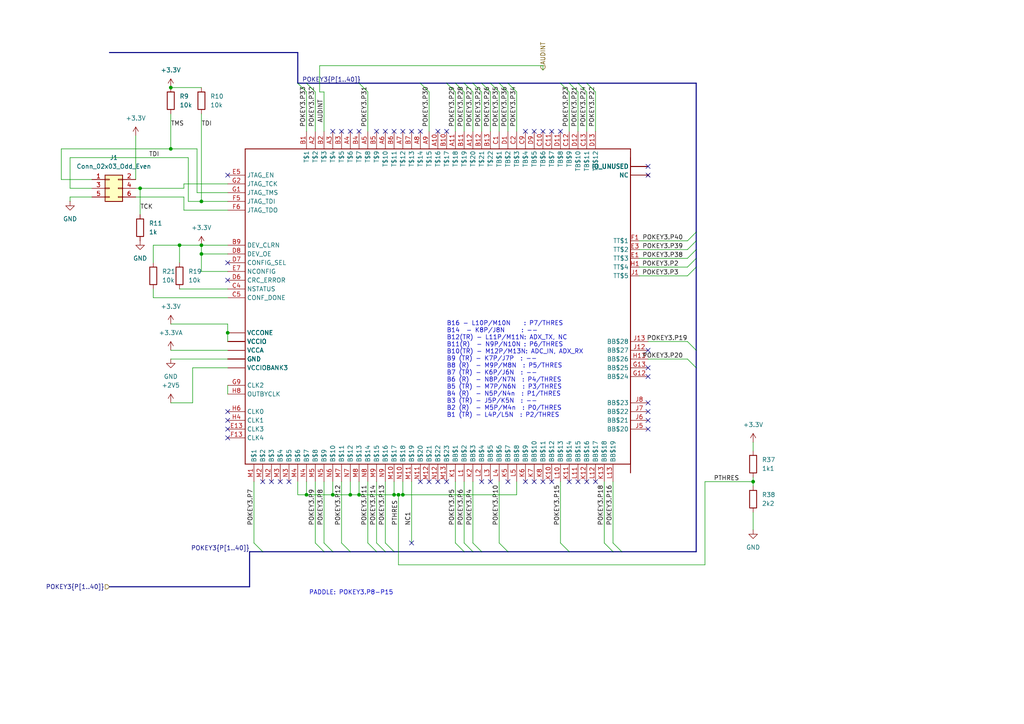
<source format=kicad_sch>
(kicad_sch
	(version 20250114)
	(generator "eeschema")
	(generator_version "9.0")
	(uuid "9c22b006-7b33-46aa-88cf-1f0762795dcd")
	(paper "A4")
	(lib_symbols
		(symbol "Connector_Generic:Conn_02x03_Odd_Even"
			(pin_names
				(offset 1.016)
				(hide yes)
			)
			(exclude_from_sim no)
			(in_bom yes)
			(on_board yes)
			(property "Reference" "J"
				(at 1.27 5.08 0)
				(effects
					(font
						(size 1.27 1.27)
					)
				)
			)
			(property "Value" "Conn_02x03_Odd_Even"
				(at 1.27 -5.08 0)
				(effects
					(font
						(size 1.27 1.27)
					)
				)
			)
			(property "Footprint" ""
				(at 0 0 0)
				(effects
					(font
						(size 1.27 1.27)
					)
					(hide yes)
				)
			)
			(property "Datasheet" "~"
				(at 0 0 0)
				(effects
					(font
						(size 1.27 1.27)
					)
					(hide yes)
				)
			)
			(property "Description" "Generic connector, double row, 02x03, odd/even pin numbering scheme (row 1 odd numbers, row 2 even numbers), script generated (kicad-library-utils/schlib/autogen/connector/)"
				(at 0 0 0)
				(effects
					(font
						(size 1.27 1.27)
					)
					(hide yes)
				)
			)
			(property "ki_keywords" "connector"
				(at 0 0 0)
				(effects
					(font
						(size 1.27 1.27)
					)
					(hide yes)
				)
			)
			(property "ki_fp_filters" "Connector*:*_2x??_*"
				(at 0 0 0)
				(effects
					(font
						(size 1.27 1.27)
					)
					(hide yes)
				)
			)
			(symbol "Conn_02x03_Odd_Even_1_1"
				(rectangle
					(start -1.27 3.81)
					(end 3.81 -3.81)
					(stroke
						(width 0.254)
						(type default)
					)
					(fill
						(type background)
					)
				)
				(rectangle
					(start -1.27 2.667)
					(end 0 2.413)
					(stroke
						(width 0.1524)
						(type default)
					)
					(fill
						(type none)
					)
				)
				(rectangle
					(start -1.27 0.127)
					(end 0 -0.127)
					(stroke
						(width 0.1524)
						(type default)
					)
					(fill
						(type none)
					)
				)
				(rectangle
					(start -1.27 -2.413)
					(end 0 -2.667)
					(stroke
						(width 0.1524)
						(type default)
					)
					(fill
						(type none)
					)
				)
				(rectangle
					(start 3.81 2.667)
					(end 2.54 2.413)
					(stroke
						(width 0.1524)
						(type default)
					)
					(fill
						(type none)
					)
				)
				(rectangle
					(start 3.81 0.127)
					(end 2.54 -0.127)
					(stroke
						(width 0.1524)
						(type default)
					)
					(fill
						(type none)
					)
				)
				(rectangle
					(start 3.81 -2.413)
					(end 2.54 -2.667)
					(stroke
						(width 0.1524)
						(type default)
					)
					(fill
						(type none)
					)
				)
				(pin passive line
					(at -5.08 2.54 0)
					(length 3.81)
					(name "Pin_1"
						(effects
							(font
								(size 1.27 1.27)
							)
						)
					)
					(number "1"
						(effects
							(font
								(size 1.27 1.27)
							)
						)
					)
				)
				(pin passive line
					(at -5.08 0 0)
					(length 3.81)
					(name "Pin_3"
						(effects
							(font
								(size 1.27 1.27)
							)
						)
					)
					(number "3"
						(effects
							(font
								(size 1.27 1.27)
							)
						)
					)
				)
				(pin passive line
					(at -5.08 -2.54 0)
					(length 3.81)
					(name "Pin_5"
						(effects
							(font
								(size 1.27 1.27)
							)
						)
					)
					(number "5"
						(effects
							(font
								(size 1.27 1.27)
							)
						)
					)
				)
				(pin passive line
					(at 7.62 2.54 180)
					(length 3.81)
					(name "Pin_2"
						(effects
							(font
								(size 1.27 1.27)
							)
						)
					)
					(number "2"
						(effects
							(font
								(size 1.27 1.27)
							)
						)
					)
				)
				(pin passive line
					(at 7.62 0 180)
					(length 3.81)
					(name "Pin_4"
						(effects
							(font
								(size 1.27 1.27)
							)
						)
					)
					(number "4"
						(effects
							(font
								(size 1.27 1.27)
							)
						)
					)
				)
				(pin passive line
					(at 7.62 -2.54 180)
					(length 3.81)
					(name "Pin_6"
						(effects
							(font
								(size 1.27 1.27)
							)
						)
					)
					(number "6"
						(effects
							(font
								(size 1.27 1.27)
							)
						)
					)
				)
			)
			(embedded_fonts no)
		)
		(symbol "Device:R"
			(pin_numbers
				(hide yes)
			)
			(pin_names
				(offset 0)
			)
			(exclude_from_sim no)
			(in_bom yes)
			(on_board yes)
			(property "Reference" "R"
				(at 2.032 0 90)
				(effects
					(font
						(size 1.27 1.27)
					)
				)
			)
			(property "Value" "R"
				(at 0 0 90)
				(effects
					(font
						(size 1.27 1.27)
					)
				)
			)
			(property "Footprint" ""
				(at -1.778 0 90)
				(effects
					(font
						(size 1.27 1.27)
					)
					(hide yes)
				)
			)
			(property "Datasheet" "~"
				(at 0 0 0)
				(effects
					(font
						(size 1.27 1.27)
					)
					(hide yes)
				)
			)
			(property "Description" "Resistor"
				(at 0 0 0)
				(effects
					(font
						(size 1.27 1.27)
					)
					(hide yes)
				)
			)
			(property "ki_keywords" "R res resistor"
				(at 0 0 0)
				(effects
					(font
						(size 1.27 1.27)
					)
					(hide yes)
				)
			)
			(property "ki_fp_filters" "R_*"
				(at 0 0 0)
				(effects
					(font
						(size 1.27 1.27)
					)
					(hide yes)
				)
			)
			(symbol "R_0_1"
				(rectangle
					(start -1.016 -2.54)
					(end 1.016 2.54)
					(stroke
						(width 0.254)
						(type default)
					)
					(fill
						(type none)
					)
				)
			)
			(symbol "R_1_1"
				(pin passive line
					(at 0 3.81 270)
					(length 1.27)
					(name "~"
						(effects
							(font
								(size 1.27 1.27)
							)
						)
					)
					(number "1"
						(effects
							(font
								(size 1.27 1.27)
							)
						)
					)
				)
				(pin passive line
					(at 0 -3.81 90)
					(length 1.27)
					(name "~"
						(effects
							(font
								(size 1.27 1.27)
							)
						)
					)
					(number "2"
						(effects
							(font
								(size 1.27 1.27)
							)
						)
					)
				)
			)
			(embedded_fonts no)
		)
		(symbol "max10u169:MAX10"
			(exclude_from_sim no)
			(in_bom yes)
			(on_board yes)
			(property "Reference" "U4"
				(at 0 0 0)
				(effects
					(font
						(size 1.27 1.27)
					)
					(hide yes)
				)
			)
			(property "Value" "~"
				(at 0 0 0)
				(effects
					(font
						(size 1.27 1.27)
					)
					(hide yes)
				)
			)
			(property "Footprint" "max10:U169SMALL"
				(at 0 0 0)
				(effects
					(font
						(size 1.27 1.27)
					)
					(hide yes)
				)
			)
			(property "Datasheet" ""
				(at 0 0 0)
				(effects
					(font
						(size 1.27 1.27)
					)
					(hide yes)
				)
			)
			(property "Description" ""
				(at 0 0 0)
				(effects
					(font
						(size 1.27 1.27)
					)
					(hide yes)
				)
			)
			(property "ki_locked" ""
				(at 0 0 0)
				(effects
					(font
						(size 1.27 1.27)
					)
				)
			)
			(symbol "MAX10_1_0"
				(polyline
					(pts
						(xy -68.58 38.1) (xy 43.18 38.1)
					)
					(stroke
						(width 0.254)
						(type solid)
					)
					(fill
						(type none)
					)
				)
				(polyline
					(pts
						(xy -68.58 -53.34) (xy -68.58 38.1)
					)
					(stroke
						(width 0.254)
						(type solid)
					)
					(fill
						(type none)
					)
				)
				(polyline
					(pts
						(xy 43.18 38.1) (xy 43.18 -53.34)
					)
					(stroke
						(width 0.254)
						(type solid)
					)
					(fill
						(type none)
					)
				)
				(polyline
					(pts
						(xy 43.18 35.56) (xy 43.18 -55.88)
					)
					(stroke
						(width 0.254)
						(type solid)
					)
					(fill
						(type none)
					)
				)
				(polyline
					(pts
						(xy 43.18 -53.34) (xy -68.58 -53.34)
					)
					(stroke
						(width 0.254)
						(type solid)
					)
					(fill
						(type none)
					)
				)
				(pin bidirectional line
					(at -73.66 30.48 0)
					(length 5.08)
					(name "JTAG_EN"
						(effects
							(font
								(size 1.27 1.27)
							)
						)
					)
					(number "E5"
						(effects
							(font
								(size 1.27 1.27)
							)
						)
					)
				)
				(pin bidirectional line
					(at -73.66 27.94 0)
					(length 5.08)
					(name "JTAG_TCK"
						(effects
							(font
								(size 1.27 1.27)
							)
						)
					)
					(number "G2"
						(effects
							(font
								(size 1.27 1.27)
							)
						)
					)
				)
				(pin bidirectional line
					(at -73.66 25.4 0)
					(length 5.08)
					(name "JTAG_TMS"
						(effects
							(font
								(size 1.27 1.27)
							)
						)
					)
					(number "G1"
						(effects
							(font
								(size 1.27 1.27)
							)
						)
					)
				)
				(pin bidirectional line
					(at -73.66 22.86 0)
					(length 5.08)
					(name "JTAG_TDI"
						(effects
							(font
								(size 1.27 1.27)
							)
						)
					)
					(number "F5"
						(effects
							(font
								(size 1.27 1.27)
							)
						)
					)
				)
				(pin bidirectional line
					(at -73.66 20.32 0)
					(length 5.08)
					(name "JTAG_TDO"
						(effects
							(font
								(size 1.27 1.27)
							)
						)
					)
					(number "F6"
						(effects
							(font
								(size 1.27 1.27)
							)
						)
					)
				)
				(pin bidirectional line
					(at -73.66 10.16 0)
					(length 5.08)
					(name "DEV_CLRN"
						(effects
							(font
								(size 1.27 1.27)
							)
						)
					)
					(number "B9"
						(effects
							(font
								(size 1.27 1.27)
							)
						)
					)
				)
				(pin bidirectional line
					(at -73.66 7.62 0)
					(length 5.08)
					(name "DEV_OE"
						(effects
							(font
								(size 1.27 1.27)
							)
						)
					)
					(number "D8"
						(effects
							(font
								(size 1.27 1.27)
							)
						)
					)
				)
				(pin bidirectional line
					(at -73.66 5.08 0)
					(length 5.08)
					(name "CONFIG_SEL"
						(effects
							(font
								(size 1.27 1.27)
							)
						)
					)
					(number "D7"
						(effects
							(font
								(size 1.27 1.27)
							)
						)
					)
				)
				(pin bidirectional line
					(at -73.66 2.54 0)
					(length 5.08)
					(name "NCONFIG"
						(effects
							(font
								(size 1.27 1.27)
							)
						)
					)
					(number "E7"
						(effects
							(font
								(size 1.27 1.27)
							)
						)
					)
				)
				(pin bidirectional line
					(at -73.66 0 0)
					(length 5.08)
					(name "CRC_ERROR"
						(effects
							(font
								(size 1.27 1.27)
							)
						)
					)
					(number "D6"
						(effects
							(font
								(size 1.27 1.27)
							)
						)
					)
				)
				(pin bidirectional line
					(at -73.66 -2.54 0)
					(length 5.08)
					(name "NSTATUS"
						(effects
							(font
								(size 1.27 1.27)
							)
						)
					)
					(number "C4"
						(effects
							(font
								(size 1.27 1.27)
							)
						)
					)
				)
				(pin bidirectional line
					(at -73.66 -5.08 0)
					(length 5.08)
					(name "CONF_DONE"
						(effects
							(font
								(size 1.27 1.27)
							)
						)
					)
					(number "C5"
						(effects
							(font
								(size 1.27 1.27)
							)
						)
					)
				)
				(pin power_in line
					(at -73.66 -15.24 0)
					(length 5.08)
					(name "VCCONE"
						(effects
							(font
								(size 1.27 1.27)
							)
						)
					)
					(number "F7"
						(effects
							(font
								(size 0 0)
							)
						)
					)
				)
				(pin power_in line
					(at -73.66 -15.24 0)
					(length 5.08)
					(name "VCCONE"
						(effects
							(font
								(size 1.27 1.27)
							)
						)
					)
					(number "G6"
						(effects
							(font
								(size 0 0)
							)
						)
					)
				)
				(pin power_in line
					(at -73.66 -15.24 0)
					(length 5.08)
					(name "VCCONE"
						(effects
							(font
								(size 1.27 1.27)
							)
						)
					)
					(number "G8"
						(effects
							(font
								(size 0 0)
							)
						)
					)
				)
				(pin power_in line
					(at -73.66 -15.24 0)
					(length 5.08)
					(name "VCCONE"
						(effects
							(font
								(size 1.27 1.27)
							)
						)
					)
					(number "H7"
						(effects
							(font
								(size 0 0)
							)
						)
					)
				)
				(pin power_in line
					(at -73.66 -17.78 0)
					(length 5.08)
					(name "VCCIO"
						(effects
							(font
								(size 1.27 1.27)
							)
						)
					)
					(number "C6"
						(effects
							(font
								(size 0 0)
							)
						)
					)
				)
				(pin power_in line
					(at -73.66 -17.78 0)
					(length 5.08)
					(name "VCCIO"
						(effects
							(font
								(size 1.27 1.27)
							)
						)
					)
					(number "C7"
						(effects
							(font
								(size 0 0)
							)
						)
					)
				)
				(pin power_in line
					(at -73.66 -17.78 0)
					(length 5.08)
					(name "VCCIO"
						(effects
							(font
								(size 1.27 1.27)
							)
						)
					)
					(number "C8"
						(effects
							(font
								(size 0 0)
							)
						)
					)
				)
				(pin power_in line
					(at -73.66 -17.78 0)
					(length 5.08)
					(name "VCCIO"
						(effects
							(font
								(size 1.27 1.27)
							)
						)
					)
					(number "F11"
						(effects
							(font
								(size 0 0)
							)
						)
					)
				)
				(pin power_in line
					(at -73.66 -17.78 0)
					(length 5.08)
					(name "VCCIO"
						(effects
							(font
								(size 1.27 1.27)
							)
						)
					)
					(number "F2"
						(effects
							(font
								(size 0 0)
							)
						)
					)
				)
				(pin power_in line
					(at -73.66 -17.78 0)
					(length 5.08)
					(name "VCCIO"
						(effects
							(font
								(size 1.27 1.27)
							)
						)
					)
					(number "G11"
						(effects
							(font
								(size 0 0)
							)
						)
					)
				)
				(pin power_in line
					(at -73.66 -17.78 0)
					(length 5.08)
					(name "VCCIO"
						(effects
							(font
								(size 1.27 1.27)
							)
						)
					)
					(number "G3"
						(effects
							(font
								(size 0 0)
							)
						)
					)
				)
				(pin power_in line
					(at -73.66 -17.78 0)
					(length 5.08)
					(name "VCCIO"
						(effects
							(font
								(size 1.27 1.27)
							)
						)
					)
					(number "H11"
						(effects
							(font
								(size 0 0)
							)
						)
					)
				)
				(pin power_in line
					(at -73.66 -17.78 0)
					(length 5.08)
					(name "VCCIO"
						(effects
							(font
								(size 1.27 1.27)
							)
						)
					)
					(number "J11"
						(effects
							(font
								(size 0 0)
							)
						)
					)
				)
				(pin power_in line
					(at -73.66 -17.78 0)
					(length 5.08)
					(name "VCCIO"
						(effects
							(font
								(size 1.27 1.27)
							)
						)
					)
					(number "J3"
						(effects
							(font
								(size 0 0)
							)
						)
					)
				)
				(pin power_in line
					(at -73.66 -17.78 0)
					(length 5.08)
					(name "VCCIO"
						(effects
							(font
								(size 1.27 1.27)
							)
						)
					)
					(number "K3"
						(effects
							(font
								(size 0 0)
							)
						)
					)
				)
				(pin power_in line
					(at -73.66 -20.32 0)
					(length 5.08)
					(name "VCCA"
						(effects
							(font
								(size 1.27 1.27)
							)
						)
					)
					(number "D10"
						(effects
							(font
								(size 0 0)
							)
						)
					)
				)
				(pin power_in line
					(at -73.66 -20.32 0)
					(length 5.08)
					(name "VCCA"
						(effects
							(font
								(size 1.27 1.27)
							)
						)
					)
					(number "D4"
						(effects
							(font
								(size 0 0)
							)
						)
					)
				)
				(pin power_in line
					(at -73.66 -20.32 0)
					(length 5.08)
					(name "VCCA"
						(effects
							(font
								(size 1.27 1.27)
							)
						)
					)
					(number "K4"
						(effects
							(font
								(size 0 0)
							)
						)
					)
				)
				(pin power_in line
					(at -73.66 -20.32 0)
					(length 5.08)
					(name "VCCA"
						(effects
							(font
								(size 1.27 1.27)
							)
						)
					)
					(number "K9"
						(effects
							(font
								(size 0 0)
							)
						)
					)
				)
				(pin power_in line
					(at -73.66 -22.86 0)
					(length 5.08)
					(name "GND"
						(effects
							(font
								(size 1.27 1.27)
							)
						)
					)
					(number "A1"
						(effects
							(font
								(size 0 0)
							)
						)
					)
				)
				(pin power_in line
					(at -73.66 -22.86 0)
					(length 5.08)
					(name "GND"
						(effects
							(font
								(size 1.27 1.27)
							)
						)
					)
					(number "A13"
						(effects
							(font
								(size 0 0)
							)
						)
					)
				)
				(pin power_in line
					(at -73.66 -22.86 0)
					(length 5.08)
					(name "GND"
						(effects
							(font
								(size 1.27 1.27)
							)
						)
					)
					(number "B8"
						(effects
							(font
								(size 0 0)
							)
						)
					)
				)
				(pin power_in line
					(at -73.66 -22.86 0)
					(length 5.08)
					(name "GND"
						(effects
							(font
								(size 1.27 1.27)
							)
						)
					)
					(number "C3"
						(effects
							(font
								(size 0 0)
							)
						)
					)
				)
				(pin power_in line
					(at -73.66 -22.86 0)
					(length 5.08)
					(name "GND"
						(effects
							(font
								(size 1.27 1.27)
							)
						)
					)
					(number "D5"
						(effects
							(font
								(size 0 0)
							)
						)
					)
				)
				(pin power_in line
					(at -73.66 -22.86 0)
					(length 5.08)
					(name "GND"
						(effects
							(font
								(size 1.27 1.27)
							)
						)
					)
					(number "E11"
						(effects
							(font
								(size 0 0)
							)
						)
					)
				)
				(pin power_in line
					(at -73.66 -22.86 0)
					(length 5.08)
					(name "GND"
						(effects
							(font
								(size 1.27 1.27)
							)
						)
					)
					(number "F3"
						(effects
							(font
								(size 0 0)
							)
						)
					)
				)
				(pin power_in line
					(at -73.66 -22.86 0)
					(length 5.08)
					(name "GND"
						(effects
							(font
								(size 1.27 1.27)
							)
						)
					)
					(number "G7"
						(effects
							(font
								(size 0 0)
							)
						)
					)
				)
				(pin power_in line
					(at -73.66 -22.86 0)
					(length 5.08)
					(name "GND"
						(effects
							(font
								(size 1.27 1.27)
							)
						)
					)
					(number "H12"
						(effects
							(font
								(size 0 0)
							)
						)
					)
				)
				(pin power_in line
					(at -73.66 -22.86 0)
					(length 5.08)
					(name "GND"
						(effects
							(font
								(size 1.27 1.27)
							)
						)
					)
					(number "J4"
						(effects
							(font
								(size 0 0)
							)
						)
					)
				)
				(pin power_in line
					(at -73.66 -22.86 0)
					(length 5.08)
					(name "GND"
						(effects
							(font
								(size 1.27 1.27)
							)
						)
					)
					(number "L9"
						(effects
							(font
								(size 0 0)
							)
						)
					)
				)
				(pin power_in line
					(at -73.66 -22.86 0)
					(length 5.08)
					(name "GND"
						(effects
							(font
								(size 1.27 1.27)
							)
						)
					)
					(number "M6"
						(effects
							(font
								(size 0 0)
							)
						)
					)
				)
				(pin power_in line
					(at -73.66 -22.86 0)
					(length 5.08)
					(name "GND"
						(effects
							(font
								(size 1.27 1.27)
							)
						)
					)
					(number "N1"
						(effects
							(font
								(size 0 0)
							)
						)
					)
				)
				(pin power_in line
					(at -73.66 -22.86 0)
					(length 5.08)
					(name "GND"
						(effects
							(font
								(size 1.27 1.27)
							)
						)
					)
					(number "N13"
						(effects
							(font
								(size 0 0)
							)
						)
					)
				)
				(pin power_in line
					(at -73.66 -25.4 0)
					(length 5.08)
					(name "VCCIOBANK3"
						(effects
							(font
								(size 1.27 1.27)
							)
						)
					)
					(number "L6"
						(effects
							(font
								(size 0 0)
							)
						)
					)
				)
				(pin power_in line
					(at -73.66 -25.4 0)
					(length 5.08)
					(name "VCCIOBANK3"
						(effects
							(font
								(size 1.27 1.27)
							)
						)
					)
					(number "L7"
						(effects
							(font
								(size 0 0)
							)
						)
					)
				)
				(pin power_in line
					(at -73.66 -25.4 0)
					(length 5.08)
					(name "VCCIOBANK3"
						(effects
							(font
								(size 1.27 1.27)
							)
						)
					)
					(number "L8"
						(effects
							(font
								(size 0 0)
							)
						)
					)
				)
				(pin bidirectional line
					(at -73.66 -30.48 0)
					(length 5.08)
					(name "CLK2"
						(effects
							(font
								(size 1.27 1.27)
							)
						)
					)
					(number "G9"
						(effects
							(font
								(size 1.27 1.27)
							)
						)
					)
				)
				(pin bidirectional line
					(at -73.66 -33.02 0)
					(length 5.08)
					(name "OUTBYCLK"
						(effects
							(font
								(size 1.27 1.27)
							)
						)
					)
					(number "H8"
						(effects
							(font
								(size 1.27 1.27)
							)
						)
					)
				)
				(pin bidirectional line
					(at -73.66 -38.1 0)
					(length 5.08)
					(name "CLK0"
						(effects
							(font
								(size 1.27 1.27)
							)
						)
					)
					(number "H6"
						(effects
							(font
								(size 1.27 1.27)
							)
						)
					)
				)
				(pin bidirectional line
					(at -73.66 -40.64 0)
					(length 5.08)
					(name "CLK1"
						(effects
							(font
								(size 1.27 1.27)
							)
						)
					)
					(number "H4"
						(effects
							(font
								(size 1.27 1.27)
							)
						)
					)
				)
				(pin bidirectional line
					(at -73.66 -43.18 0)
					(length 5.08)
					(name "CLK3"
						(effects
							(font
								(size 1.27 1.27)
							)
						)
					)
					(number "E13"
						(effects
							(font
								(size 1.27 1.27)
							)
						)
					)
				)
				(pin bidirectional line
					(at -73.66 -45.72 0)
					(length 5.08)
					(name "CLK4"
						(effects
							(font
								(size 1.27 1.27)
							)
						)
					)
					(number "F13"
						(effects
							(font
								(size 1.27 1.27)
							)
						)
					)
				)
				(pin bidirectional line
					(at -66.04 -58.42 90)
					(length 5.08)
					(name "B$1"
						(effects
							(font
								(size 1.27 1.27)
							)
						)
					)
					(number "M1"
						(effects
							(font
								(size 1.27 1.27)
							)
						)
					)
				)
				(pin bidirectional line
					(at -63.5 -58.42 90)
					(length 5.08)
					(name "B$2"
						(effects
							(font
								(size 1.27 1.27)
							)
						)
					)
					(number "M2"
						(effects
							(font
								(size 1.27 1.27)
							)
						)
					)
				)
				(pin bidirectional line
					(at -60.96 -58.42 90)
					(length 5.08)
					(name "B$3"
						(effects
							(font
								(size 1.27 1.27)
							)
						)
					)
					(number "N2"
						(effects
							(font
								(size 1.27 1.27)
							)
						)
					)
				)
				(pin bidirectional line
					(at -58.42 -58.42 90)
					(length 5.08)
					(name "B$4"
						(effects
							(font
								(size 1.27 1.27)
							)
						)
					)
					(number "M3"
						(effects
							(font
								(size 1.27 1.27)
							)
						)
					)
				)
				(pin bidirectional line
					(at -55.88 -58.42 90)
					(length 5.08)
					(name "B$5"
						(effects
							(font
								(size 1.27 1.27)
							)
						)
					)
					(number "N3"
						(effects
							(font
								(size 1.27 1.27)
							)
						)
					)
				)
				(pin bidirectional line
					(at -53.34 -58.42 90)
					(length 5.08)
					(name "B$6"
						(effects
							(font
								(size 1.27 1.27)
							)
						)
					)
					(number "M4"
						(effects
							(font
								(size 1.27 1.27)
							)
						)
					)
				)
				(pin bidirectional line
					(at -50.8 43.18 270)
					(length 5.08)
					(name "T$1"
						(effects
							(font
								(size 1.27 1.27)
							)
						)
					)
					(number "B1"
						(effects
							(font
								(size 1.27 1.27)
							)
						)
					)
				)
				(pin bidirectional line
					(at -50.8 -58.42 90)
					(length 5.08)
					(name "B$7"
						(effects
							(font
								(size 1.27 1.27)
							)
						)
					)
					(number "N4"
						(effects
							(font
								(size 1.27 1.27)
							)
						)
					)
				)
				(pin bidirectional line
					(at -48.26 43.18 270)
					(length 5.08)
					(name "T$2"
						(effects
							(font
								(size 1.27 1.27)
							)
						)
					)
					(number "A2"
						(effects
							(font
								(size 1.27 1.27)
							)
						)
					)
				)
				(pin bidirectional line
					(at -48.26 -58.42 90)
					(length 5.08)
					(name "B$8"
						(effects
							(font
								(size 1.27 1.27)
							)
						)
					)
					(number "M5"
						(effects
							(font
								(size 1.27 1.27)
							)
						)
					)
				)
				(pin bidirectional line
					(at -45.72 43.18 270)
					(length 5.08)
					(name "T$3"
						(effects
							(font
								(size 1.27 1.27)
							)
						)
					)
					(number "B2"
						(effects
							(font
								(size 1.27 1.27)
							)
						)
					)
				)
				(pin bidirectional line
					(at -45.72 -58.42 90)
					(length 5.08)
					(name "B$9"
						(effects
							(font
								(size 1.27 1.27)
							)
						)
					)
					(number "N5"
						(effects
							(font
								(size 1.27 1.27)
							)
						)
					)
				)
				(pin bidirectional line
					(at -43.18 43.18 270)
					(length 5.08)
					(name "T$4"
						(effects
							(font
								(size 1.27 1.27)
							)
						)
					)
					(number "A3"
						(effects
							(font
								(size 1.27 1.27)
							)
						)
					)
				)
				(pin bidirectional line
					(at -43.18 -58.42 90)
					(length 5.08)
					(name "B$10"
						(effects
							(font
								(size 1.27 1.27)
							)
						)
					)
					(number "N6"
						(effects
							(font
								(size 1.27 1.27)
							)
						)
					)
				)
				(pin bidirectional line
					(at -40.64 43.18 270)
					(length 5.08)
					(name "T$5"
						(effects
							(font
								(size 1.27 1.27)
							)
						)
					)
					(number "B3"
						(effects
							(font
								(size 1.27 1.27)
							)
						)
					)
				)
				(pin bidirectional line
					(at -40.64 -58.42 90)
					(length 5.08)
					(name "B$11"
						(effects
							(font
								(size 1.27 1.27)
							)
						)
					)
					(number "M7"
						(effects
							(font
								(size 1.27 1.27)
							)
						)
					)
				)
				(pin bidirectional line
					(at -38.1 43.18 270)
					(length 5.08)
					(name "T$6"
						(effects
							(font
								(size 1.27 1.27)
							)
						)
					)
					(number "A4"
						(effects
							(font
								(size 1.27 1.27)
							)
						)
					)
				)
				(pin bidirectional line
					(at -38.1 -58.42 90)
					(length 5.08)
					(name "B$12"
						(effects
							(font
								(size 1.27 1.27)
							)
						)
					)
					(number "N7"
						(effects
							(font
								(size 1.27 1.27)
							)
						)
					)
				)
				(pin bidirectional line
					(at -35.56 43.18 270)
					(length 5.08)
					(name "T$7"
						(effects
							(font
								(size 1.27 1.27)
							)
						)
					)
					(number "B4"
						(effects
							(font
								(size 1.27 1.27)
							)
						)
					)
				)
				(pin bidirectional line
					(at -35.56 -58.42 90)
					(length 5.08)
					(name "B$13"
						(effects
							(font
								(size 1.27 1.27)
							)
						)
					)
					(number "M8"
						(effects
							(font
								(size 1.27 1.27)
							)
						)
					)
				)
				(pin bidirectional line
					(at -33.02 43.18 270)
					(length 5.08)
					(name "T$8"
						(effects
							(font
								(size 1.27 1.27)
							)
						)
					)
					(number "A5"
						(effects
							(font
								(size 1.27 1.27)
							)
						)
					)
				)
				(pin bidirectional line
					(at -33.02 -58.42 90)
					(length 5.08)
					(name "B$14"
						(effects
							(font
								(size 1.27 1.27)
							)
						)
					)
					(number "N8"
						(effects
							(font
								(size 1.27 1.27)
							)
						)
					)
				)
				(pin bidirectional line
					(at -30.48 43.18 270)
					(length 5.08)
					(name "T$9"
						(effects
							(font
								(size 1.27 1.27)
							)
						)
					)
					(number "B5"
						(effects
							(font
								(size 1.27 1.27)
							)
						)
					)
				)
				(pin bidirectional line
					(at -30.48 -58.42 90)
					(length 5.08)
					(name "B$15"
						(effects
							(font
								(size 1.27 1.27)
							)
						)
					)
					(number "M9"
						(effects
							(font
								(size 1.27 1.27)
							)
						)
					)
				)
				(pin bidirectional line
					(at -27.94 43.18 270)
					(length 5.08)
					(name "T$10"
						(effects
							(font
								(size 1.27 1.27)
							)
						)
					)
					(number "A6"
						(effects
							(font
								(size 1.27 1.27)
							)
						)
					)
				)
				(pin bidirectional line
					(at -27.94 -58.42 90)
					(length 5.08)
					(name "B$16"
						(effects
							(font
								(size 1.27 1.27)
							)
						)
					)
					(number "N9"
						(effects
							(font
								(size 1.27 1.27)
							)
						)
					)
				)
				(pin bidirectional line
					(at -25.4 43.18 270)
					(length 5.08)
					(name "T$11"
						(effects
							(font
								(size 1.27 1.27)
							)
						)
					)
					(number "B6"
						(effects
							(font
								(size 1.27 1.27)
							)
						)
					)
				)
				(pin bidirectional line
					(at -25.4 -58.42 90)
					(length 5.08)
					(name "B$17"
						(effects
							(font
								(size 1.27 1.27)
							)
						)
					)
					(number "M10"
						(effects
							(font
								(size 1.27 1.27)
							)
						)
					)
				)
				(pin bidirectional line
					(at -22.86 43.18 270)
					(length 5.08)
					(name "T$12"
						(effects
							(font
								(size 1.27 1.27)
							)
						)
					)
					(number "A7"
						(effects
							(font
								(size 1.27 1.27)
							)
						)
					)
				)
				(pin bidirectional line
					(at -22.86 -58.42 90)
					(length 5.08)
					(name "B$18"
						(effects
							(font
								(size 1.27 1.27)
							)
						)
					)
					(number "N10"
						(effects
							(font
								(size 1.27 1.27)
							)
						)
					)
				)
				(pin bidirectional line
					(at -20.32 43.18 270)
					(length 5.08)
					(name "T$13"
						(effects
							(font
								(size 1.27 1.27)
							)
						)
					)
					(number "B7"
						(effects
							(font
								(size 1.27 1.27)
							)
						)
					)
				)
				(pin bidirectional line
					(at -20.32 -58.42 90)
					(length 5.08)
					(name "B$19"
						(effects
							(font
								(size 1.27 1.27)
							)
						)
					)
					(number "M11"
						(effects
							(font
								(size 1.27 1.27)
							)
						)
					)
				)
				(pin bidirectional line
					(at -17.78 43.18 270)
					(length 5.08)
					(name "T$14"
						(effects
							(font
								(size 1.27 1.27)
							)
						)
					)
					(number "A8"
						(effects
							(font
								(size 1.27 1.27)
							)
						)
					)
				)
				(pin bidirectional line
					(at -17.78 -58.42 90)
					(length 5.08)
					(name "B$20"
						(effects
							(font
								(size 1.27 1.27)
							)
						)
					)
					(number "N11"
						(effects
							(font
								(size 1.27 1.27)
							)
						)
					)
				)
				(pin bidirectional line
					(at -15.24 43.18 270)
					(length 5.08)
					(name "T$15"
						(effects
							(font
								(size 1.27 1.27)
							)
						)
					)
					(number "A9"
						(effects
							(font
								(size 1.27 1.27)
							)
						)
					)
				)
				(pin bidirectional line
					(at -15.24 -58.42 90)
					(length 5.08)
					(name "B$21"
						(effects
							(font
								(size 1.27 1.27)
							)
						)
					)
					(number "M12"
						(effects
							(font
								(size 1.27 1.27)
							)
						)
					)
				)
				(pin bidirectional line
					(at -12.7 43.18 270)
					(length 5.08)
					(name "T$16"
						(effects
							(font
								(size 1.27 1.27)
							)
						)
					)
					(number "A10"
						(effects
							(font
								(size 1.27 1.27)
							)
						)
					)
				)
				(pin bidirectional line
					(at -12.7 -58.42 90)
					(length 5.08)
					(name "B$22"
						(effects
							(font
								(size 1.27 1.27)
							)
						)
					)
					(number "N12"
						(effects
							(font
								(size 1.27 1.27)
							)
						)
					)
				)
				(pin bidirectional line
					(at -10.16 43.18 270)
					(length 5.08)
					(name "T$17"
						(effects
							(font
								(size 1.27 1.27)
							)
						)
					)
					(number "B10"
						(effects
							(font
								(size 1.27 1.27)
							)
						)
					)
				)
				(pin bidirectional line
					(at -10.16 -58.42 90)
					(length 5.08)
					(name "B$23"
						(effects
							(font
								(size 1.27 1.27)
							)
						)
					)
					(number "M13"
						(effects
							(font
								(size 1.27 1.27)
							)
						)
					)
				)
				(pin bidirectional line
					(at -7.62 43.18 270)
					(length 5.08)
					(name "T$18"
						(effects
							(font
								(size 1.27 1.27)
							)
						)
					)
					(number "A11"
						(effects
							(font
								(size 1.27 1.27)
							)
						)
					)
				)
				(pin bidirectional line
					(at -7.62 -58.42 90)
					(length 5.08)
					(name "BB$1"
						(effects
							(font
								(size 1.27 1.27)
							)
						)
					)
					(number "K1"
						(effects
							(font
								(size 1.27 1.27)
							)
						)
					)
				)
				(pin bidirectional line
					(at -5.08 43.18 270)
					(length 5.08)
					(name "T$19"
						(effects
							(font
								(size 1.27 1.27)
							)
						)
					)
					(number "B11"
						(effects
							(font
								(size 1.27 1.27)
							)
						)
					)
				)
				(pin bidirectional line
					(at -5.08 -58.42 90)
					(length 5.08)
					(name "BB$2"
						(effects
							(font
								(size 1.27 1.27)
							)
						)
					)
					(number "L1"
						(effects
							(font
								(size 1.27 1.27)
							)
						)
					)
				)
				(pin bidirectional line
					(at -2.54 43.18 270)
					(length 5.08)
					(name "T$20"
						(effects
							(font
								(size 1.27 1.27)
							)
						)
					)
					(number "A12"
						(effects
							(font
								(size 1.27 1.27)
							)
						)
					)
				)
				(pin bidirectional line
					(at -2.54 -58.42 90)
					(length 5.08)
					(name "BB$3"
						(effects
							(font
								(size 1.27 1.27)
							)
						)
					)
					(number "K2"
						(effects
							(font
								(size 1.27 1.27)
							)
						)
					)
				)
				(pin bidirectional line
					(at 0 43.18 270)
					(length 5.08)
					(name "T$21"
						(effects
							(font
								(size 1.27 1.27)
							)
						)
					)
					(number "B12"
						(effects
							(font
								(size 1.27 1.27)
							)
						)
					)
				)
				(pin bidirectional line
					(at 0 -58.42 90)
					(length 5.08)
					(name "BB$4"
						(effects
							(font
								(size 1.27 1.27)
							)
						)
					)
					(number "L2"
						(effects
							(font
								(size 1.27 1.27)
							)
						)
					)
				)
				(pin bidirectional line
					(at 2.54 43.18 270)
					(length 5.08)
					(name "T$22"
						(effects
							(font
								(size 1.27 1.27)
							)
						)
					)
					(number "B13"
						(effects
							(font
								(size 1.27 1.27)
							)
						)
					)
				)
				(pin bidirectional line
					(at 2.54 -58.42 90)
					(length 5.08)
					(name "BB$5"
						(effects
							(font
								(size 1.27 1.27)
							)
						)
					)
					(number "L3"
						(effects
							(font
								(size 1.27 1.27)
							)
						)
					)
				)
				(pin bidirectional line
					(at 5.08 43.18 270)
					(length 5.08)
					(name "TB$1"
						(effects
							(font
								(size 1.27 1.27)
							)
						)
					)
					(number "C1"
						(effects
							(font
								(size 1.27 1.27)
							)
						)
					)
				)
				(pin bidirectional line
					(at 5.08 -58.42 90)
					(length 5.08)
					(name "BB$6"
						(effects
							(font
								(size 1.27 1.27)
							)
						)
					)
					(number "L4"
						(effects
							(font
								(size 1.27 1.27)
							)
						)
					)
				)
				(pin bidirectional line
					(at 7.62 43.18 270)
					(length 5.08)
					(name "TB$2"
						(effects
							(font
								(size 1.27 1.27)
							)
						)
					)
					(number "D1"
						(effects
							(font
								(size 1.27 1.27)
							)
						)
					)
				)
				(pin bidirectional line
					(at 7.62 -58.42 90)
					(length 5.08)
					(name "BB$7"
						(effects
							(font
								(size 1.27 1.27)
							)
						)
					)
					(number "K5"
						(effects
							(font
								(size 1.27 1.27)
							)
						)
					)
				)
				(pin bidirectional line
					(at 10.16 43.18 270)
					(length 5.08)
					(name "TB$3"
						(effects
							(font
								(size 1.27 1.27)
							)
						)
					)
					(number "C2"
						(effects
							(font
								(size 1.27 1.27)
							)
						)
					)
				)
				(pin bidirectional line
					(at 10.16 -58.42 90)
					(length 5.08)
					(name "BB$8"
						(effects
							(font
								(size 1.27 1.27)
							)
						)
					)
					(number "L5"
						(effects
							(font
								(size 1.27 1.27)
							)
						)
					)
				)
				(pin bidirectional line
					(at 12.7 43.18 270)
					(length 5.08)
					(name "TB$4"
						(effects
							(font
								(size 1.27 1.27)
							)
						)
					)
					(number "C9"
						(effects
							(font
								(size 1.27 1.27)
							)
						)
					)
				)
				(pin bidirectional line
					(at 12.7 -58.42 90)
					(length 5.08)
					(name "BB$9"
						(effects
							(font
								(size 1.27 1.27)
							)
						)
					)
					(number "K6"
						(effects
							(font
								(size 1.27 1.27)
							)
						)
					)
				)
				(pin bidirectional line
					(at 15.24 43.18 270)
					(length 5.08)
					(name "TB$5"
						(effects
							(font
								(size 1.27 1.27)
							)
						)
					)
					(number "D9"
						(effects
							(font
								(size 1.27 1.27)
							)
						)
					)
				)
				(pin bidirectional line
					(at 15.24 -58.42 90)
					(length 5.08)
					(name "BB$10"
						(effects
							(font
								(size 1.27 1.27)
							)
						)
					)
					(number "K7"
						(effects
							(font
								(size 1.27 1.27)
							)
						)
					)
				)
				(pin bidirectional line
					(at 17.78 43.18 270)
					(length 5.08)
					(name "TB$6"
						(effects
							(font
								(size 1.27 1.27)
							)
						)
					)
					(number "C10"
						(effects
							(font
								(size 1.27 1.27)
							)
						)
					)
				)
				(pin bidirectional line
					(at 17.78 -58.42 90)
					(length 5.08)
					(name "BB$11"
						(effects
							(font
								(size 1.27 1.27)
							)
						)
					)
					(number "K8"
						(effects
							(font
								(size 1.27 1.27)
							)
						)
					)
				)
				(pin bidirectional line
					(at 20.32 43.18 270)
					(length 5.08)
					(name "TB$7"
						(effects
							(font
								(size 1.27 1.27)
							)
						)
					)
					(number "C11"
						(effects
							(font
								(size 1.27 1.27)
							)
						)
					)
				)
				(pin bidirectional line
					(at 20.32 -58.42 90)
					(length 5.08)
					(name "BB$12"
						(effects
							(font
								(size 1.27 1.27)
							)
						)
					)
					(number "K10"
						(effects
							(font
								(size 1.27 1.27)
							)
						)
					)
				)
				(pin bidirectional line
					(at 22.86 43.18 270)
					(length 5.08)
					(name "TB$8"
						(effects
							(font
								(size 1.27 1.27)
							)
						)
					)
					(number "D11"
						(effects
							(font
								(size 1.27 1.27)
							)
						)
					)
				)
				(pin bidirectional line
					(at 22.86 -58.42 90)
					(length 5.08)
					(name "BB$13"
						(effects
							(font
								(size 1.27 1.27)
							)
						)
					)
					(number "L10"
						(effects
							(font
								(size 1.27 1.27)
							)
						)
					)
				)
				(pin bidirectional line
					(at 25.4 43.18 270)
					(length 5.08)
					(name "TB$9"
						(effects
							(font
								(size 1.27 1.27)
							)
						)
					)
					(number "C12"
						(effects
							(font
								(size 1.27 1.27)
							)
						)
					)
				)
				(pin bidirectional line
					(at 25.4 -58.42 90)
					(length 5.08)
					(name "BB$14"
						(effects
							(font
								(size 1.27 1.27)
							)
						)
					)
					(number "K11"
						(effects
							(font
								(size 1.27 1.27)
							)
						)
					)
				)
				(pin bidirectional line
					(at 27.94 43.18 270)
					(length 5.08)
					(name "TB$10"
						(effects
							(font
								(size 1.27 1.27)
							)
						)
					)
					(number "D12"
						(effects
							(font
								(size 1.27 1.27)
							)
						)
					)
				)
				(pin bidirectional line
					(at 27.94 -58.42 90)
					(length 5.08)
					(name "BB$15"
						(effects
							(font
								(size 1.27 1.27)
							)
						)
					)
					(number "L11"
						(effects
							(font
								(size 1.27 1.27)
							)
						)
					)
				)
				(pin bidirectional line
					(at 30.48 43.18 270)
					(length 5.08)
					(name "TB$11"
						(effects
							(font
								(size 1.27 1.27)
							)
						)
					)
					(number "C13"
						(effects
							(font
								(size 1.27 1.27)
							)
						)
					)
				)
				(pin bidirectional line
					(at 30.48 -58.42 90)
					(length 5.08)
					(name "BB$16"
						(effects
							(font
								(size 1.27 1.27)
							)
						)
					)
					(number "K12"
						(effects
							(font
								(size 1.27 1.27)
							)
						)
					)
				)
				(pin bidirectional line
					(at 33.02 43.18 270)
					(length 5.08)
					(name "TB$12"
						(effects
							(font
								(size 1.27 1.27)
							)
						)
					)
					(number "D13"
						(effects
							(font
								(size 1.27 1.27)
							)
						)
					)
				)
				(pin bidirectional line
					(at 33.02 -58.42 90)
					(length 5.08)
					(name "BB$17"
						(effects
							(font
								(size 1.27 1.27)
							)
						)
					)
					(number "L12"
						(effects
							(font
								(size 1.27 1.27)
							)
						)
					)
				)
				(pin bidirectional line
					(at 35.56 -58.42 90)
					(length 5.08)
					(name "BB$18"
						(effects
							(font
								(size 1.27 1.27)
							)
						)
					)
					(number "K13"
						(effects
							(font
								(size 1.27 1.27)
							)
						)
					)
				)
				(pin bidirectional line
					(at 38.1 -58.42 90)
					(length 5.08)
					(name "BB$19"
						(effects
							(font
								(size 1.27 1.27)
							)
						)
					)
					(number "L13"
						(effects
							(font
								(size 1.27 1.27)
							)
						)
					)
				)
				(pin bidirectional line
					(at 48.26 33.02 180)
					(length 5.08)
					(name "IO_UNUSED"
						(effects
							(font
								(size 1.27 1.27)
							)
						)
					)
					(number "E1"
						(effects
							(font
								(size 0 0)
							)
						)
					)
				)
				(pin bidirectional line
					(at 48.26 33.02 180)
					(length 5.08)
					(name "IO_UNUSED"
						(effects
							(font
								(size 1.27 1.27)
							)
						)
					)
					(number "E10"
						(effects
							(font
								(size 0 0)
							)
						)
					)
				)
				(pin bidirectional line
					(at 48.26 33.02 180)
					(length 5.08)
					(name "IO_UNUSED"
						(effects
							(font
								(size 1.27 1.27)
							)
						)
					)
					(number "E12"
						(effects
							(font
								(size 0 0)
							)
						)
					)
				)
				(pin bidirectional line
					(at 48.26 33.02 180)
					(length 5.08)
					(name "IO_UNUSED"
						(effects
							(font
								(size 1.27 1.27)
							)
						)
					)
					(number "E3"
						(effects
							(font
								(size 0 0)
							)
						)
					)
				)
				(pin bidirectional line
					(at 48.26 33.02 180)
					(length 5.08)
					(name "IO_UNUSED"
						(effects
							(font
								(size 1.27 1.27)
							)
						)
					)
					(number "E4"
						(effects
							(font
								(size 0 0)
							)
						)
					)
				)
				(pin bidirectional line
					(at 48.26 33.02 180)
					(length 5.08)
					(name "IO_UNUSED"
						(effects
							(font
								(size 1.27 1.27)
							)
						)
					)
					(number "E6"
						(effects
							(font
								(size 0 0)
							)
						)
					)
				)
				(pin bidirectional line
					(at 48.26 33.02 180)
					(length 5.08)
					(name "IO_UNUSED"
						(effects
							(font
								(size 1.27 1.27)
							)
						)
					)
					(number "E8"
						(effects
							(font
								(size 0 0)
							)
						)
					)
				)
				(pin bidirectional line
					(at 48.26 33.02 180)
					(length 5.08)
					(name "IO_UNUSED"
						(effects
							(font
								(size 1.27 1.27)
							)
						)
					)
					(number "E9"
						(effects
							(font
								(size 0 0)
							)
						)
					)
				)
				(pin bidirectional line
					(at 48.26 33.02 180)
					(length 5.08)
					(name "IO_UNUSED"
						(effects
							(font
								(size 1.27 1.27)
							)
						)
					)
					(number "F1"
						(effects
							(font
								(size 0 0)
							)
						)
					)
				)
				(pin bidirectional line
					(at 48.26 33.02 180)
					(length 5.08)
					(name "IO_UNUSED"
						(effects
							(font
								(size 1.27 1.27)
							)
						)
					)
					(number "F10"
						(effects
							(font
								(size 0 0)
							)
						)
					)
				)
				(pin bidirectional line
					(at 48.26 33.02 180)
					(length 5.08)
					(name "IO_UNUSED"
						(effects
							(font
								(size 1.27 1.27)
							)
						)
					)
					(number "F12"
						(effects
							(font
								(size 0 0)
							)
						)
					)
				)
				(pin bidirectional line
					(at 48.26 33.02 180)
					(length 5.08)
					(name "IO_UNUSED"
						(effects
							(font
								(size 1.27 1.27)
							)
						)
					)
					(number "F4"
						(effects
							(font
								(size 0 0)
							)
						)
					)
				)
				(pin bidirectional line
					(at 48.26 33.02 180)
					(length 5.08)
					(name "IO_UNUSED"
						(effects
							(font
								(size 1.27 1.27)
							)
						)
					)
					(number "F8"
						(effects
							(font
								(size 0 0)
							)
						)
					)
				)
				(pin bidirectional line
					(at 48.26 33.02 180)
					(length 5.08)
					(name "IO_UNUSED"
						(effects
							(font
								(size 1.27 1.27)
							)
						)
					)
					(number "F9"
						(effects
							(font
								(size 0 0)
							)
						)
					)
				)
				(pin bidirectional line
					(at 48.26 33.02 180)
					(length 5.08)
					(name "IO_UNUSED"
						(effects
							(font
								(size 1.27 1.27)
							)
						)
					)
					(number "G10"
						(effects
							(font
								(size 0 0)
							)
						)
					)
				)
				(pin bidirectional line
					(at 48.26 33.02 180)
					(length 5.08)
					(name "IO_UNUSED"
						(effects
							(font
								(size 1.27 1.27)
							)
						)
					)
					(number "G4"
						(effects
							(font
								(size 0 0)
							)
						)
					)
				)
				(pin bidirectional line
					(at 48.26 33.02 180)
					(length 5.08)
					(name "IO_UNUSED"
						(effects
							(font
								(size 1.27 1.27)
							)
						)
					)
					(number "G5"
						(effects
							(font
								(size 0 0)
							)
						)
					)
				)
				(pin bidirectional line
					(at 48.26 33.02 180)
					(length 5.08)
					(name "IO_UNUSED"
						(effects
							(font
								(size 1.27 1.27)
							)
						)
					)
					(number "H1"
						(effects
							(font
								(size 0 0)
							)
						)
					)
				)
				(pin bidirectional line
					(at 48.26 33.02 180)
					(length 5.08)
					(name "IO_UNUSED"
						(effects
							(font
								(size 1.27 1.27)
							)
						)
					)
					(number "H10"
						(effects
							(font
								(size 0 0)
							)
						)
					)
				)
				(pin bidirectional line
					(at 48.26 33.02 180)
					(length 5.08)
					(name "IO_UNUSED"
						(effects
							(font
								(size 1.27 1.27)
							)
						)
					)
					(number "H2"
						(effects
							(font
								(size 0 0)
							)
						)
					)
				)
				(pin bidirectional line
					(at 48.26 33.02 180)
					(length 5.08)
					(name "IO_UNUSED"
						(effects
							(font
								(size 1.27 1.27)
							)
						)
					)
					(number "H3"
						(effects
							(font
								(size 0 0)
							)
						)
					)
				)
				(pin bidirectional line
					(at 48.26 33.02 180)
					(length 5.08)
					(name "IO_UNUSED"
						(effects
							(font
								(size 1.27 1.27)
							)
						)
					)
					(number "H5"
						(effects
							(font
								(size 0 0)
							)
						)
					)
				)
				(pin bidirectional line
					(at 48.26 33.02 180)
					(length 5.08)
					(name "IO_UNUSED"
						(effects
							(font
								(size 1.27 1.27)
							)
						)
					)
					(number "H9"
						(effects
							(font
								(size 0 0)
							)
						)
					)
				)
				(pin bidirectional line
					(at 48.26 33.02 180)
					(length 5.08)
					(name "IO_UNUSED"
						(effects
							(font
								(size 1.27 1.27)
							)
						)
					)
					(number "J1"
						(effects
							(font
								(size 0 0)
							)
						)
					)
				)
				(pin bidirectional line
					(at 48.26 33.02 180)
					(length 5.08)
					(name "IO_UNUSED"
						(effects
							(font
								(size 1.27 1.27)
							)
						)
					)
					(number "J10"
						(effects
							(font
								(size 0 0)
							)
						)
					)
				)
				(pin bidirectional line
					(at 48.26 33.02 180)
					(length 5.08)
					(name "IO_UNUSED"
						(effects
							(font
								(size 1.27 1.27)
							)
						)
					)
					(number "J2"
						(effects
							(font
								(size 0 0)
							)
						)
					)
				)
				(pin bidirectional line
					(at 48.26 33.02 180)
					(length 5.08)
					(name "IO_UNUSED"
						(effects
							(font
								(size 1.27 1.27)
							)
						)
					)
					(number "J9"
						(effects
							(font
								(size 0 0)
							)
						)
					)
				)
				(pin no_connect line
					(at 48.26 30.48 180)
					(length 5.08)
					(name "NC"
						(effects
							(font
								(size 1.27 1.27)
							)
						)
					)
					(number "D2"
						(effects
							(font
								(size 0 0)
							)
						)
					)
				)
				(pin no_connect line
					(at 48.26 30.48 180)
					(length 5.08)
					(name "NC"
						(effects
							(font
								(size 1.27 1.27)
							)
						)
					)
					(number "D3"
						(effects
							(font
								(size 0 0)
							)
						)
					)
				)
				(pin no_connect line
					(at 48.26 30.48 180)
					(length 5.08)
					(name "NC"
						(effects
							(font
								(size 1.27 1.27)
							)
						)
					)
					(number "E2"
						(effects
							(font
								(size 0 0)
							)
						)
					)
				)
				(pin bidirectional line
					(at 48.26 -17.78 180)
					(length 5.08)
					(name "BB$28"
						(effects
							(font
								(size 1.27 1.27)
							)
						)
					)
					(number "J13"
						(effects
							(font
								(size 1.27 1.27)
							)
						)
					)
				)
				(pin bidirectional line
					(at 48.26 -20.32 180)
					(length 5.08)
					(name "BB$27"
						(effects
							(font
								(size 1.27 1.27)
							)
						)
					)
					(number "J12"
						(effects
							(font
								(size 1.27 1.27)
							)
						)
					)
				)
				(pin bidirectional line
					(at 48.26 -22.86 180)
					(length 5.08)
					(name "BB$26"
						(effects
							(font
								(size 1.27 1.27)
							)
						)
					)
					(number "H13"
						(effects
							(font
								(size 1.27 1.27)
							)
						)
					)
				)
				(pin bidirectional line
					(at 48.26 -25.4 180)
					(length 5.08)
					(name "BB$25"
						(effects
							(font
								(size 1.27 1.27)
							)
						)
					)
					(number "G13"
						(effects
							(font
								(size 1.27 1.27)
							)
						)
					)
				)
				(pin bidirectional line
					(at 48.26 -27.94 180)
					(length 5.08)
					(name "BB$24"
						(effects
							(font
								(size 1.27 1.27)
							)
						)
					)
					(number "G12"
						(effects
							(font
								(size 1.27 1.27)
							)
						)
					)
				)
				(pin bidirectional line
					(at 48.26 -35.56 180)
					(length 5.08)
					(name "BB$23"
						(effects
							(font
								(size 1.27 1.27)
							)
						)
					)
					(number "J8"
						(effects
							(font
								(size 1.27 1.27)
							)
						)
					)
				)
				(pin bidirectional line
					(at 48.26 -38.1 180)
					(length 5.08)
					(name "BB$22"
						(effects
							(font
								(size 1.27 1.27)
							)
						)
					)
					(number "J7"
						(effects
							(font
								(size 1.27 1.27)
							)
						)
					)
				)
				(pin bidirectional line
					(at 48.26 -40.64 180)
					(length 5.08)
					(name "BB$21"
						(effects
							(font
								(size 1.27 1.27)
							)
						)
					)
					(number "J6"
						(effects
							(font
								(size 1.27 1.27)
							)
						)
					)
				)
				(pin bidirectional line
					(at 48.26 -43.18 180)
					(length 5.08)
					(name "BB$20"
						(effects
							(font
								(size 1.27 1.27)
							)
						)
					)
					(number "J5"
						(effects
							(font
								(size 1.27 1.27)
							)
						)
					)
				)
			)
			(symbol "MAX10_1_1"
				(pin bidirectional line
					(at 45.72 11.43 180)
					(length 2.54)
					(name "TT$1"
						(effects
							(font
								(size 1.27 1.27)
							)
						)
					)
					(number "F1"
						(effects
							(font
								(size 1.27 1.27)
							)
						)
					)
				)
				(pin bidirectional line
					(at 45.72 8.89 180)
					(length 2.54)
					(name "TT$2"
						(effects
							(font
								(size 1.27 1.27)
							)
						)
					)
					(number "E3"
						(effects
							(font
								(size 1.27 1.27)
							)
						)
					)
				)
				(pin bidirectional line
					(at 45.72 6.35 180)
					(length 2.54)
					(name "TT$3"
						(effects
							(font
								(size 1.27 1.27)
							)
						)
					)
					(number "E1"
						(effects
							(font
								(size 1.27 1.27)
							)
						)
					)
				)
				(pin bidirectional line
					(at 45.72 3.81 180)
					(length 2.54)
					(name "TT$4"
						(effects
							(font
								(size 1.27 1.27)
							)
						)
					)
					(number "H1"
						(effects
							(font
								(size 1.27 1.27)
							)
						)
					)
				)
				(pin bidirectional line
					(at 45.72 1.27 180)
					(length 2.54)
					(name "TT$5"
						(effects
							(font
								(size 1.27 1.27)
							)
						)
					)
					(number "J1"
						(effects
							(font
								(size 1.27 1.27)
							)
						)
					)
				)
			)
			(embedded_fonts no)
		)
		(symbol "power:+2V5"
			(power)
			(pin_numbers
				(hide yes)
			)
			(pin_names
				(offset 0)
				(hide yes)
			)
			(exclude_from_sim no)
			(in_bom yes)
			(on_board yes)
			(property "Reference" "#PWR"
				(at 0 -3.81 0)
				(effects
					(font
						(size 1.27 1.27)
					)
					(hide yes)
				)
			)
			(property "Value" "+2V5"
				(at 0 3.556 0)
				(effects
					(font
						(size 1.27 1.27)
					)
				)
			)
			(property "Footprint" ""
				(at 0 0 0)
				(effects
					(font
						(size 1.27 1.27)
					)
					(hide yes)
				)
			)
			(property "Datasheet" ""
				(at 0 0 0)
				(effects
					(font
						(size 1.27 1.27)
					)
					(hide yes)
				)
			)
			(property "Description" "Power symbol creates a global label with name \"+2V5\""
				(at 0 0 0)
				(effects
					(font
						(size 1.27 1.27)
					)
					(hide yes)
				)
			)
			(property "ki_keywords" "global power"
				(at 0 0 0)
				(effects
					(font
						(size 1.27 1.27)
					)
					(hide yes)
				)
			)
			(symbol "+2V5_0_1"
				(polyline
					(pts
						(xy -0.762 1.27) (xy 0 2.54)
					)
					(stroke
						(width 0)
						(type default)
					)
					(fill
						(type none)
					)
				)
				(polyline
					(pts
						(xy 0 2.54) (xy 0.762 1.27)
					)
					(stroke
						(width 0)
						(type default)
					)
					(fill
						(type none)
					)
				)
				(polyline
					(pts
						(xy 0 0) (xy 0 2.54)
					)
					(stroke
						(width 0)
						(type default)
					)
					(fill
						(type none)
					)
				)
			)
			(symbol "+2V5_1_1"
				(pin power_in line
					(at 0 0 90)
					(length 0)
					(name "~"
						(effects
							(font
								(size 1.27 1.27)
							)
						)
					)
					(number "1"
						(effects
							(font
								(size 1.27 1.27)
							)
						)
					)
				)
			)
			(embedded_fonts no)
		)
		(symbol "power:+3.3V"
			(power)
			(pin_numbers
				(hide yes)
			)
			(pin_names
				(offset 0)
				(hide yes)
			)
			(exclude_from_sim no)
			(in_bom yes)
			(on_board yes)
			(property "Reference" "#PWR"
				(at 0 -3.81 0)
				(effects
					(font
						(size 1.27 1.27)
					)
					(hide yes)
				)
			)
			(property "Value" "+3.3V"
				(at 0 3.556 0)
				(effects
					(font
						(size 1.27 1.27)
					)
				)
			)
			(property "Footprint" ""
				(at 0 0 0)
				(effects
					(font
						(size 1.27 1.27)
					)
					(hide yes)
				)
			)
			(property "Datasheet" ""
				(at 0 0 0)
				(effects
					(font
						(size 1.27 1.27)
					)
					(hide yes)
				)
			)
			(property "Description" "Power symbol creates a global label with name \"+3.3V\""
				(at 0 0 0)
				(effects
					(font
						(size 1.27 1.27)
					)
					(hide yes)
				)
			)
			(property "ki_keywords" "global power"
				(at 0 0 0)
				(effects
					(font
						(size 1.27 1.27)
					)
					(hide yes)
				)
			)
			(symbol "+3.3V_0_1"
				(polyline
					(pts
						(xy -0.762 1.27) (xy 0 2.54)
					)
					(stroke
						(width 0)
						(type default)
					)
					(fill
						(type none)
					)
				)
				(polyline
					(pts
						(xy 0 2.54) (xy 0.762 1.27)
					)
					(stroke
						(width 0)
						(type default)
					)
					(fill
						(type none)
					)
				)
				(polyline
					(pts
						(xy 0 0) (xy 0 2.54)
					)
					(stroke
						(width 0)
						(type default)
					)
					(fill
						(type none)
					)
				)
			)
			(symbol "+3.3V_1_1"
				(pin power_in line
					(at 0 0 90)
					(length 0)
					(name "~"
						(effects
							(font
								(size 1.27 1.27)
							)
						)
					)
					(number "1"
						(effects
							(font
								(size 1.27 1.27)
							)
						)
					)
				)
			)
			(embedded_fonts no)
		)
		(symbol "power:+3.3VA"
			(power)
			(pin_numbers
				(hide yes)
			)
			(pin_names
				(offset 0)
				(hide yes)
			)
			(exclude_from_sim no)
			(in_bom yes)
			(on_board yes)
			(property "Reference" "#PWR"
				(at 0 -3.81 0)
				(effects
					(font
						(size 1.27 1.27)
					)
					(hide yes)
				)
			)
			(property "Value" "+3.3VA"
				(at 0 3.556 0)
				(effects
					(font
						(size 1.27 1.27)
					)
				)
			)
			(property "Footprint" ""
				(at 0 0 0)
				(effects
					(font
						(size 1.27 1.27)
					)
					(hide yes)
				)
			)
			(property "Datasheet" ""
				(at 0 0 0)
				(effects
					(font
						(size 1.27 1.27)
					)
					(hide yes)
				)
			)
			(property "Description" "Power symbol creates a global label with name \"+3.3VA\""
				(at 0 0 0)
				(effects
					(font
						(size 1.27 1.27)
					)
					(hide yes)
				)
			)
			(property "ki_keywords" "global power"
				(at 0 0 0)
				(effects
					(font
						(size 1.27 1.27)
					)
					(hide yes)
				)
			)
			(symbol "+3.3VA_0_1"
				(polyline
					(pts
						(xy -0.762 1.27) (xy 0 2.54)
					)
					(stroke
						(width 0)
						(type default)
					)
					(fill
						(type none)
					)
				)
				(polyline
					(pts
						(xy 0 2.54) (xy 0.762 1.27)
					)
					(stroke
						(width 0)
						(type default)
					)
					(fill
						(type none)
					)
				)
				(polyline
					(pts
						(xy 0 0) (xy 0 2.54)
					)
					(stroke
						(width 0)
						(type default)
					)
					(fill
						(type none)
					)
				)
			)
			(symbol "+3.3VA_1_1"
				(pin power_in line
					(at 0 0 90)
					(length 0)
					(name "~"
						(effects
							(font
								(size 1.27 1.27)
							)
						)
					)
					(number "1"
						(effects
							(font
								(size 1.27 1.27)
							)
						)
					)
				)
			)
			(embedded_fonts no)
		)
		(symbol "power:GND"
			(power)
			(pin_numbers
				(hide yes)
			)
			(pin_names
				(offset 0)
				(hide yes)
			)
			(exclude_from_sim no)
			(in_bom yes)
			(on_board yes)
			(property "Reference" "#PWR"
				(at 0 -6.35 0)
				(effects
					(font
						(size 1.27 1.27)
					)
					(hide yes)
				)
			)
			(property "Value" "GND"
				(at 0 -3.81 0)
				(effects
					(font
						(size 1.27 1.27)
					)
				)
			)
			(property "Footprint" ""
				(at 0 0 0)
				(effects
					(font
						(size 1.27 1.27)
					)
					(hide yes)
				)
			)
			(property "Datasheet" ""
				(at 0 0 0)
				(effects
					(font
						(size 1.27 1.27)
					)
					(hide yes)
				)
			)
			(property "Description" "Power symbol creates a global label with name \"GND\" , ground"
				(at 0 0 0)
				(effects
					(font
						(size 1.27 1.27)
					)
					(hide yes)
				)
			)
			(property "ki_keywords" "global power"
				(at 0 0 0)
				(effects
					(font
						(size 1.27 1.27)
					)
					(hide yes)
				)
			)
			(symbol "GND_0_1"
				(polyline
					(pts
						(xy 0 0) (xy 0 -1.27) (xy 1.27 -1.27) (xy 0 -2.54) (xy -1.27 -1.27) (xy 0 -1.27)
					)
					(stroke
						(width 0)
						(type default)
					)
					(fill
						(type none)
					)
				)
			)
			(symbol "GND_1_1"
				(pin power_in line
					(at 0 0 270)
					(length 0)
					(name "~"
						(effects
							(font
								(size 1.27 1.27)
							)
						)
					)
					(number "1"
						(effects
							(font
								(size 1.27 1.27)
							)
						)
					)
				)
			)
			(embedded_fonts no)
		)
	)
	(text "B16 - L10P/M10N    : P7/THRES\nB14  - K8P/J8N     : --\nB12(TR) - L11P/M11N: ADX_TX, NC\nB11(R)  - N9P/N10N : P6/THRES\nB10(TR) - M12P/M13N: ADC_IN, ADX_RX\nB9 (TR) - K7P/J7P  : --\nB8 (R)  - M9P/M8N  : P5/THRES\nB7 (TR) - K6P/J6N  : --\nB6 (R)  - N8P/N7N  : P4/THRES\nB5 (TR) - M7P/N6N  : P3/THRES\nB4 (R)  - N5P/N4n  : P1/THRES\nB3 (TR) - J5P/K5N  : --\nB2 (R)  - M5P/M4n  : P0/THRES\nB1 (TR) - L4P/L5N  : P2/THRES\n"
		(exclude_from_sim no)
		(at 129.54 107.188 0)
		(effects
			(font
				(size 1.27 1.27)
			)
			(justify left)
		)
		(uuid "3fb90b68-6c5a-4382-b053-9dec2f2b1c5e")
	)
	(text "PADDLE: POKEY3.P8-P15\n"
		(exclude_from_sim no)
		(at 101.854 171.958 0)
		(effects
			(font
				(size 1.27 1.27)
			)
		)
		(uuid "5a0448d8-2d51-4dad-87bf-bc842c8f4367")
	)
	(junction
		(at 218.44 139.7)
		(diameter 0)
		(color 0 0 0 0)
		(uuid "01ea951a-1287-4afe-8760-4fb9023c4be5")
	)
	(junction
		(at 114.3 143.51)
		(diameter 0)
		(color 0 0 0 0)
		(uuid "0313b383-7375-47f7-a8b3-8e8dee03188c")
	)
	(junction
		(at 52.07 71.12)
		(diameter 0)
		(color 0 0 0 0)
		(uuid "21b31cae-592b-440b-a42c-a3de0489396e")
	)
	(junction
		(at 49.53 43.18)
		(diameter 0)
		(color 0 0 0 0)
		(uuid "2207fe76-a285-41d8-9c50-1ca0a965b583")
	)
	(junction
		(at 66.04 96.52)
		(diameter 0)
		(color 0 0 0 0)
		(uuid "283568dc-d73b-4a39-99d1-592188559401")
	)
	(junction
		(at 104.14 143.51)
		(diameter 0)
		(color 0 0 0 0)
		(uuid "2fab4ab0-2627-42e4-976a-9d61619972d4")
	)
	(junction
		(at 96.52 143.51)
		(diameter 0)
		(color 0 0 0 0)
		(uuid "54028bc0-1c8c-4556-9aa2-c24a89eb5ad4")
	)
	(junction
		(at 40.64 54.61)
		(diameter 0)
		(color 0 0 0 0)
		(uuid "5b11aa8c-2196-461a-ac6a-cd7debde5e66")
	)
	(junction
		(at 58.42 73.66)
		(diameter 0)
		(color 0 0 0 0)
		(uuid "74402b9d-9acf-4a15-8d46-194af9f97ee3")
	)
	(junction
		(at 49.53 25.4)
		(diameter 0)
		(color 0 0 0 0)
		(uuid "902e06b1-179c-497b-8399-750ae55bb84a")
	)
	(junction
		(at 115.57 143.51)
		(diameter 0)
		(color 0 0 0 0)
		(uuid "a042ba13-05c8-4625-85b0-6d033dffd63b")
	)
	(junction
		(at 116.84 143.51)
		(diameter 0)
		(color 0 0 0 0)
		(uuid "adefd350-3e19-410f-a3ab-c0f85f4ca359")
	)
	(junction
		(at 58.42 58.42)
		(diameter 0)
		(color 0 0 0 0)
		(uuid "b39c3d37-db7d-4f02-affb-1db1cd8f12a9")
	)
	(junction
		(at 88.9 143.51)
		(diameter 0)
		(color 0 0 0 0)
		(uuid "baf5ebfc-1462-4572-8e10-cde52b770b55")
	)
	(junction
		(at 101.6 143.51)
		(diameter 0)
		(color 0 0 0 0)
		(uuid "c293b8c7-4e63-4aa9-b196-7e42b61713e5")
	)
	(junction
		(at 58.42 71.12)
		(diameter 0)
		(color 0 0 0 0)
		(uuid "eadbef2a-18bd-4038-8b15-fa1a4eb727a2")
	)
	(no_connect
		(at 187.96 119.38)
		(uuid "02d7f28a-7ca1-4a85-9e00-fa004b985a40")
	)
	(no_connect
		(at 114.3 38.1)
		(uuid "0383df0c-81e2-480c-82ea-1a94d21907b4")
	)
	(no_connect
		(at 162.56 38.1)
		(uuid "08a71775-e0e4-4fa8-aaf5-fcae2da4cd3d")
	)
	(no_connect
		(at 147.32 139.7)
		(uuid "13920a48-e86f-4e93-8de7-8785668f935b")
	)
	(no_connect
		(at 152.4 139.7)
		(uuid "15eba0f2-245c-428d-88e5-fa4e7723df97")
	)
	(no_connect
		(at 154.94 139.7)
		(uuid "18e17d0e-fe6e-42ab-a8cc-b4df6f806c5f")
	)
	(no_connect
		(at 142.24 139.7)
		(uuid "19b32d5f-0152-406b-9f59-b569e7b44a3e")
	)
	(no_connect
		(at 104.14 38.1)
		(uuid "1eaa3ea8-c09a-48a4-822b-fd524fc3edf1")
	)
	(no_connect
		(at 187.96 101.6)
		(uuid "1ee11fc7-f587-4787-bbeb-9657e85186bd")
	)
	(no_connect
		(at 111.76 38.1)
		(uuid "2536f53f-a202-4ef2-861b-095bc71d29cb")
	)
	(no_connect
		(at 83.82 139.7)
		(uuid "2c74b75c-e988-4c03-bbb0-baa703bf579c")
	)
	(no_connect
		(at 121.92 38.1)
		(uuid "2f733843-053c-495b-839e-93fab62c6a1b")
	)
	(no_connect
		(at 187.96 50.8)
		(uuid "30cb8c33-eef6-4001-8ac7-2916381d730c")
	)
	(no_connect
		(at 187.96 121.92)
		(uuid "3bd169ab-8d63-4970-ab98-1d15b51f8d80")
	)
	(no_connect
		(at 124.46 139.7)
		(uuid "41636c2b-e003-4332-9e70-f3ad6e6b3d63")
	)
	(no_connect
		(at 109.22 38.1)
		(uuid "45d80f6f-5d2e-4055-b9e3-960ecce9f0e4")
	)
	(no_connect
		(at 129.54 38.1)
		(uuid "4a00b60c-4a6e-422c-b6a3-a09b25c51e31")
	)
	(no_connect
		(at 160.02 139.7)
		(uuid "574b0622-2202-48e2-a93d-322de90ac8c9")
	)
	(no_connect
		(at 187.96 106.68)
		(uuid "588cca4b-650b-4203-a8d5-5fce7913ac6d")
	)
	(no_connect
		(at 139.7 139.7)
		(uuid "5a94dd0d-3d2b-40f0-a338-b787434cede3")
	)
	(no_connect
		(at 121.92 139.7)
		(uuid "5f3f0d56-a3bc-403a-b099-d715fd567a6f")
	)
	(no_connect
		(at 99.06 38.1)
		(uuid "60b4677b-b3f0-49e4-90be-e4a571badfcb")
	)
	(no_connect
		(at 66.04 127)
		(uuid "63aad21e-1a7e-4351-8351-39e63471f7c7")
	)
	(no_connect
		(at 152.4 38.1)
		(uuid "63eda1a1-1bec-46a1-addf-c4b80085e4dc")
	)
	(no_connect
		(at 170.18 139.7)
		(uuid "69417cb1-599d-43a8-bd48-29ef2deb58e0")
	)
	(no_connect
		(at 81.28 139.7)
		(uuid "6bf0562e-cccd-4c9f-96af-01c5b7e19f70")
	)
	(no_connect
		(at 66.04 124.46)
		(uuid "71158fa4-ef92-4dcf-9755-bfe753a20b0e")
	)
	(no_connect
		(at 172.72 139.7)
		(uuid "796ef345-e5e2-4a72-84a8-aa89e77dcbda")
	)
	(no_connect
		(at 187.96 109.22)
		(uuid "846a1f4e-42d8-41d6-bdb8-cb318dc3a9e2")
	)
	(no_connect
		(at 160.02 38.1)
		(uuid "8a03de04-a54b-4733-b13f-5e84213e98ae")
	)
	(no_connect
		(at 167.64 139.7)
		(uuid "8a366bc8-8532-454e-a1b3-abcb73d6876b")
	)
	(no_connect
		(at 116.84 38.1)
		(uuid "8e011291-cd9d-45f1-931c-e05e14d75f77")
	)
	(no_connect
		(at 76.2 139.7)
		(uuid "947b4d78-52ed-4c45-9a8c-e02204ce9f8f")
	)
	(no_connect
		(at 101.6 38.1)
		(uuid "9abf12f4-efda-474f-bf86-5a4162855a2e")
	)
	(no_connect
		(at 78.74 139.7)
		(uuid "9bd0262b-8664-4cd9-9996-02a69984de75")
	)
	(no_connect
		(at 66.04 50.8)
		(uuid "a1489b3d-5928-407a-93ba-99be5a3da65b")
	)
	(no_connect
		(at 165.1 139.7)
		(uuid "a526f0a3-73f9-4810-88c2-f04ba4614889")
	)
	(no_connect
		(at 127 38.1)
		(uuid "a903201e-16a7-4cf0-9c1a-7652021af395")
	)
	(no_connect
		(at 66.04 119.38)
		(uuid "b0242b46-055b-4999-b5a3-20c43c48516e")
	)
	(no_connect
		(at 129.54 139.7)
		(uuid "b7eab5a7-f99c-46a8-8488-ed724497a0e6")
	)
	(no_connect
		(at 119.38 38.1)
		(uuid "bae9f5d4-81fc-4ef2-9bde-2bce9abec597")
	)
	(no_connect
		(at 127 139.7)
		(uuid "c4ea8140-995c-41d3-b718-d82049028f01")
	)
	(no_connect
		(at 157.48 139.7)
		(uuid "c971ee6d-d800-46b1-8bdd-a9dd54c3e2c1")
	)
	(no_connect
		(at 66.04 81.28)
		(uuid "ccead07d-a026-4e41-ba69-1fafab3c9bbb")
	)
	(no_connect
		(at 187.96 124.46)
		(uuid "d1cfc172-783b-4b41-bfea-5e32b23bb9a5")
	)
	(no_connect
		(at 66.04 76.2)
		(uuid "d76810f5-e835-4c7a-992a-125e5df21f60")
	)
	(no_connect
		(at 66.04 121.92)
		(uuid "d7c70c25-bc3c-4f2b-bb9a-e88e3dfdfe6b")
	)
	(no_connect
		(at 96.52 38.1)
		(uuid "e069c7aa-314b-46ab-a434-aa0a9a72b1ab")
	)
	(no_connect
		(at 187.96 116.84)
		(uuid "e2fdfc22-2aca-4d79-bff5-7e21d40ccd2f")
	)
	(no_connect
		(at 119.38 157.48)
		(uuid "e4a85730-aa20-4bff-82fa-e6c826d6a5c7")
	)
	(no_connect
		(at 157.48 38.1)
		(uuid "e7b1e8b5-1276-46c7-8e92-0ea125415760")
	)
	(no_connect
		(at 187.96 48.26)
		(uuid "e7ee8ff1-1e9a-485b-ad9c-58bbd9c7dcf0")
	)
	(no_connect
		(at 154.94 38.1)
		(uuid "ec5a3453-c8f6-4859-ae45-0a0ac58b2158")
	)
	(bus_entry
		(at 199.39 80.01)
		(size 2.54 -2.54)
		(stroke
			(width 0)
			(type default)
		)
		(uuid "01947ee1-ac1f-41c3-9940-3cb00086af3b")
	)
	(bus_entry
		(at 134.62 157.48)
		(size 2.54 2.54)
		(stroke
			(width 0)
			(type default)
		)
		(uuid "156c8f6a-cb69-4e34-a717-ea0dbacc5325")
	)
	(bus_entry
		(at 170.18 24.13)
		(size 2.54 2.54)
		(stroke
			(width 0)
			(type default)
		)
		(uuid "1ae5dfe0-bec5-46e3-b2cb-b62c707711a2")
	)
	(bus_entry
		(at 199.39 99.06)
		(size 2.54 2.54)
		(stroke
			(width 0)
			(type default)
		)
		(uuid "1b57b06e-e2b0-4af9-b809-262f3d28d602")
	)
	(bus_entry
		(at 109.22 157.48)
		(size 2.54 2.54)
		(stroke
			(width 0)
			(type default)
		)
		(uuid "211e2403-6b5b-4a09-89a7-3c44dde24926")
	)
	(bus_entry
		(at 139.7 24.13)
		(size 2.54 2.54)
		(stroke
			(width 0)
			(type default)
		)
		(uuid "251f98be-cd93-4a60-bb34-d6029f449985")
	)
	(bus_entry
		(at 199.39 104.14)
		(size 2.54 2.54)
		(stroke
			(width 0)
			(type default)
		)
		(uuid "2ff139e9-0ad5-4701-b5be-b7d1e3c3bfe5")
	)
	(bus_entry
		(at 91.44 157.48)
		(size 2.54 2.54)
		(stroke
			(width 0)
			(type default)
		)
		(uuid "3df345f1-3e5a-4dca-a5f3-d7b66441cf54")
	)
	(bus_entry
		(at 88.9 24.13)
		(size 2.54 2.54)
		(stroke
			(width 0)
			(type default)
		)
		(uuid "4348f217-d491-433c-9739-a47b0a2a04e1")
	)
	(bus_entry
		(at 167.64 24.13)
		(size 2.54 2.54)
		(stroke
			(width 0)
			(type default)
		)
		(uuid "44de5fcc-f276-4534-90e8-5812a97ba78b")
	)
	(bus_entry
		(at 199.39 69.85)
		(size 2.54 -2.54)
		(stroke
			(width 0)
			(type default)
		)
		(uuid "4b91fcdd-e325-48f3-baf8-f18881b7d97b")
	)
	(bus_entry
		(at 177.8 157.48)
		(size 2.54 2.54)
		(stroke
			(width 0)
			(type default)
		)
		(uuid "4e927131-5dea-4acc-a248-78aaff2a0771")
	)
	(bus_entry
		(at 129.54 24.13)
		(size 2.54 2.54)
		(stroke
			(width 0)
			(type default)
		)
		(uuid "54119ad5-0753-4661-88a8-8331d5d75efa")
	)
	(bus_entry
		(at 134.62 24.13)
		(size 2.54 2.54)
		(stroke
			(width 0)
			(type default)
		)
		(uuid "57607154-87e9-43ff-ace0-89941db7abd8")
	)
	(bus_entry
		(at 144.78 157.48)
		(size 2.54 2.54)
		(stroke
			(width 0)
			(type default)
		)
		(uuid "5e57e84b-0e5d-4bde-a42b-f8a899e3f427")
	)
	(bus_entry
		(at 165.1 24.13)
		(size 2.54 2.54)
		(stroke
			(width 0)
			(type default)
		)
		(uuid "66d4c85c-bdf1-47b0-84ef-c9ad7854e7cb")
	)
	(bus_entry
		(at 106.68 157.48)
		(size 2.54 2.54)
		(stroke
			(width 0)
			(type default)
		)
		(uuid "7082808e-e4a2-439d-8fea-1dc6f0057cf3")
	)
	(bus_entry
		(at 132.08 24.13)
		(size 2.54 2.54)
		(stroke
			(width 0)
			(type default)
		)
		(uuid "73860ff0-05b4-4f12-84ae-91923c4d27c5")
	)
	(bus_entry
		(at 93.98 157.48)
		(size 2.54 2.54)
		(stroke
			(width 0)
			(type default)
		)
		(uuid "741243be-c232-4d0f-b3f6-8fd6d9dcfe92")
	)
	(bus_entry
		(at 162.56 24.13)
		(size 2.54 2.54)
		(stroke
			(width 0)
			(type default)
		)
		(uuid "75059d8d-ccf4-4d3f-9766-349a33f29d12")
	)
	(bus_entry
		(at 199.39 77.47)
		(size 2.54 -2.54)
		(stroke
			(width 0)
			(type default)
		)
		(uuid "75ebfbdf-6809-45c1-ac86-dbd9aca4737f")
	)
	(bus_entry
		(at 73.66 157.48)
		(size 2.54 2.54)
		(stroke
			(width 0)
			(type default)
		)
		(uuid "7aeabad1-6ace-4191-9ddd-7555a17d6726")
	)
	(bus_entry
		(at 99.06 157.48)
		(size 2.54 2.54)
		(stroke
			(width 0)
			(type default)
		)
		(uuid "7f9e1263-64a3-4ff2-83b3-59d5e8a57c19")
	)
	(bus_entry
		(at 86.36 24.13)
		(size 2.54 2.54)
		(stroke
			(width 0)
			(type default)
		)
		(uuid "8aadda01-467b-4c05-8d58-460ac5569d86")
	)
	(bus_entry
		(at 144.78 24.13)
		(size 2.54 2.54)
		(stroke
			(width 0)
			(type default)
		)
		(uuid "8ae6e57e-c49a-49b2-89e5-c65e0e713c59")
	)
	(bus_entry
		(at 162.56 157.48)
		(size 2.54 2.54)
		(stroke
			(width 0)
			(type default)
		)
		(uuid "8ee35401-a078-4e80-abeb-792e4fb289b3")
	)
	(bus_entry
		(at 199.39 74.93)
		(size 2.54 -2.54)
		(stroke
			(width 0)
			(type default)
		)
		(uuid "906ec08f-3037-4543-9f85-45726e3a6143")
	)
	(bus_entry
		(at 199.39 72.39)
		(size 2.54 -2.54)
		(stroke
			(width 0)
			(type default)
		)
		(uuid "a198f918-31a4-4fd3-bb63-05f3318b60f3")
	)
	(bus_entry
		(at 132.08 157.48)
		(size 2.54 2.54)
		(stroke
			(width 0)
			(type default)
		)
		(uuid "a8de5092-a9ff-4f62-886b-a40cdb2a85c9")
	)
	(bus_entry
		(at 137.16 157.48)
		(size 2.54 2.54)
		(stroke
			(width 0)
			(type default)
		)
		(uuid "beb37ebb-d5e5-449f-96d3-22e26f0c73ad")
	)
	(bus_entry
		(at 147.32 24.13)
		(size 2.54 2.54)
		(stroke
			(width 0)
			(type default)
		)
		(uuid "c67b2b44-c3fc-4ff0-b4a0-a5ac8dd3ed0e")
	)
	(bus_entry
		(at 142.24 24.13)
		(size 2.54 2.54)
		(stroke
			(width 0)
			(type default)
		)
		(uuid "d7923f0a-ae49-4945-ad59-9b7a66fc119d")
	)
	(bus_entry
		(at 121.92 24.13)
		(size 2.54 2.54)
		(stroke
			(width 0)
			(type default)
		)
		(uuid "e8d98647-ad2b-46f1-9dea-ac6bcdab738a")
	)
	(bus_entry
		(at 104.14 24.13)
		(size 2.54 2.54)
		(stroke
			(width 0)
			(type default)
		)
		(uuid "ea5cdd2b-c343-4cb9-8397-f70db2aeee00")
	)
	(bus_entry
		(at 111.76 157.48)
		(size 2.54 2.54)
		(stroke
			(width 0)
			(type default)
		)
		(uuid "ee21c57e-8065-4ac7-9402-7d74c83ed42f")
	)
	(bus_entry
		(at 175.26 157.48)
		(size 2.54 2.54)
		(stroke
			(width 0)
			(type default)
		)
		(uuid "f0bd9851-6924-48cf-ae45-de77808adfc7")
	)
	(bus_entry
		(at 137.16 24.13)
		(size 2.54 2.54)
		(stroke
			(width 0)
			(type default)
		)
		(uuid "f682c519-f1c5-491a-8a62-ced1fe267e8b")
	)
	(wire
		(pts
			(xy 142.24 38.1) (xy 142.24 26.67)
		)
		(stroke
			(width 0)
			(type default)
		)
		(uuid "001dd896-8401-4ecf-b2a6-9c049ca785a6")
	)
	(wire
		(pts
			(xy 53.34 57.15) (xy 39.37 57.15)
		)
		(stroke
			(width 0)
			(type default)
		)
		(uuid "00b68bae-5167-4d0e-83db-17ff23a40345")
	)
	(wire
		(pts
			(xy 115.57 143.51) (xy 115.57 163.83)
		)
		(stroke
			(width 0)
			(type default)
		)
		(uuid "05e8f75d-8dfa-40dc-a9a1-d6a363e4787e")
	)
	(wire
		(pts
			(xy 52.07 76.2) (xy 52.07 71.12)
		)
		(stroke
			(width 0)
			(type default)
		)
		(uuid "0869e76a-c3b3-4fed-b431-e8edfe713a6c")
	)
	(bus
		(pts
			(xy 72.39 170.18) (xy 72.39 160.02)
		)
		(stroke
			(width 0)
			(type default)
		)
		(uuid "08d3e52e-e357-48de-b3ee-7706f8ef5be5")
	)
	(bus
		(pts
			(xy 121.92 24.13) (xy 129.54 24.13)
		)
		(stroke
			(width 0)
			(type default)
		)
		(uuid "0a018194-83b9-444e-b5e8-39e8a06b0278")
	)
	(bus
		(pts
			(xy 180.34 160.02) (xy 201.93 160.02)
		)
		(stroke
			(width 0)
			(type default)
		)
		(uuid "0a92aed6-252e-454d-83d4-89821b0eead8")
	)
	(bus
		(pts
			(xy 93.98 160.02) (xy 96.52 160.02)
		)
		(stroke
			(width 0)
			(type default)
		)
		(uuid "0edf78d4-d1d4-44fd-b8c8-510d9f058f8d")
	)
	(wire
		(pts
			(xy 88.9 143.51) (xy 96.52 143.51)
		)
		(stroke
			(width 0)
			(type default)
		)
		(uuid "104cc926-9be5-4aae-ad75-6f13b91d722f")
	)
	(bus
		(pts
			(xy 72.39 160.02) (xy 76.2 160.02)
		)
		(stroke
			(width 0)
			(type default)
		)
		(uuid "12e9dba6-fc31-49e2-ae7a-dbd1141d1f39")
	)
	(wire
		(pts
			(xy 49.53 25.4) (xy 58.42 25.4)
		)
		(stroke
			(width 0)
			(type default)
		)
		(uuid "13050e7c-1d76-4dac-b6f5-a70467e21a58")
	)
	(wire
		(pts
			(xy 104.14 139.7) (xy 104.14 143.51)
		)
		(stroke
			(width 0)
			(type default)
		)
		(uuid "168e5b92-7444-49f2-8308-8964c80c6a99")
	)
	(wire
		(pts
			(xy 44.45 86.36) (xy 44.45 83.82)
		)
		(stroke
			(width 0)
			(type default)
		)
		(uuid "17dd4efb-e4fc-493d-bcfa-c403832a096e")
	)
	(wire
		(pts
			(xy 134.62 26.67) (xy 134.62 38.1)
		)
		(stroke
			(width 0)
			(type default)
		)
		(uuid "1988ceae-7922-41b3-8fb0-2e32b0a8ce0c")
	)
	(wire
		(pts
			(xy 73.66 139.7) (xy 73.66 157.48)
		)
		(stroke
			(width 0)
			(type default)
		)
		(uuid "19a1f005-240f-4754-9f59-43fab225ca77")
	)
	(wire
		(pts
			(xy 185.42 77.47) (xy 199.39 77.47)
		)
		(stroke
			(width 0)
			(type default)
		)
		(uuid "1b3a8e07-d706-43df-9d33-9793f0335795")
	)
	(wire
		(pts
			(xy 20.32 45.72) (xy 20.32 54.61)
		)
		(stroke
			(width 0)
			(type default)
		)
		(uuid "1be0d4b8-8506-4586-b1f2-8c5aaffa3640")
	)
	(wire
		(pts
			(xy 52.07 83.82) (xy 66.04 83.82)
		)
		(stroke
			(width 0)
			(type default)
		)
		(uuid "1c06e715-8a92-4b51-a0bd-c389d7609b55")
	)
	(wire
		(pts
			(xy 101.6 143.51) (xy 104.14 143.51)
		)
		(stroke
			(width 0)
			(type default)
		)
		(uuid "20574ac3-8e54-43aa-a5bd-ea0a4c89f973")
	)
	(wire
		(pts
			(xy 116.84 143.51) (xy 149.86 143.51)
		)
		(stroke
			(width 0)
			(type default)
		)
		(uuid "205aef92-8e96-4441-9da6-c0d2f9d7cc4a")
	)
	(wire
		(pts
			(xy 114.3 139.7) (xy 114.3 143.51)
		)
		(stroke
			(width 0)
			(type default)
		)
		(uuid "20810a75-4664-408c-827e-dee34bbfb6f6")
	)
	(wire
		(pts
			(xy 119.38 139.7) (xy 119.38 157.48)
		)
		(stroke
			(width 0)
			(type default)
		)
		(uuid "24426fe2-cec3-49d9-91c0-1e51f2fdf6b7")
	)
	(wire
		(pts
			(xy 170.18 26.67) (xy 170.18 38.1)
		)
		(stroke
			(width 0)
			(type default)
		)
		(uuid "244416b5-e7ee-441a-85b6-9fbd898d82fb")
	)
	(wire
		(pts
			(xy 58.42 33.02) (xy 58.42 58.42)
		)
		(stroke
			(width 0)
			(type default)
		)
		(uuid "24c5f233-891d-4317-b038-c6c3db4886d6")
	)
	(wire
		(pts
			(xy 93.98 26.67) (xy 92.71 26.67)
		)
		(stroke
			(width 0)
			(type default)
		)
		(uuid "2a9a9c93-31d8-4fb7-819c-ef487caf071b")
	)
	(bus
		(pts
			(xy 132.08 24.13) (xy 134.62 24.13)
		)
		(stroke
			(width 0)
			(type default)
		)
		(uuid "2bcba46b-45a7-4fa0-a50e-60f136da13e8")
	)
	(wire
		(pts
			(xy 92.71 26.67) (xy 92.71 19.05)
		)
		(stroke
			(width 0)
			(type default)
		)
		(uuid "2d44b056-d021-4d76-9c99-5a323c12bdae")
	)
	(wire
		(pts
			(xy 175.26 139.7) (xy 175.26 157.48)
		)
		(stroke
			(width 0)
			(type default)
		)
		(uuid "2ecb4a1d-77ca-406c-9651-658fb984548f")
	)
	(wire
		(pts
			(xy 106.68 139.7) (xy 106.68 157.48)
		)
		(stroke
			(width 0)
			(type default)
		)
		(uuid "34f452b2-d32f-49ad-a0e9-3944d0b6d03e")
	)
	(wire
		(pts
			(xy 101.6 139.7) (xy 101.6 143.51)
		)
		(stroke
			(width 0)
			(type default)
		)
		(uuid "36605f10-5fb9-4a8d-bcb3-2c8e8e9fd543")
	)
	(wire
		(pts
			(xy 115.57 143.51) (xy 116.84 143.51)
		)
		(stroke
			(width 0)
			(type default)
		)
		(uuid "37c13d0c-5416-4ac5-b840-e7d78c66a965")
	)
	(bus
		(pts
			(xy 201.93 101.6) (xy 201.93 106.68)
		)
		(stroke
			(width 0)
			(type default)
		)
		(uuid "3a7338d3-50f3-4979-982a-5691a3dd6371")
	)
	(wire
		(pts
			(xy 66.04 53.34) (xy 53.34 53.34)
		)
		(stroke
			(width 0)
			(type default)
		)
		(uuid "3bb6cb34-e21e-43e2-b350-beda9eed8bac")
	)
	(bus
		(pts
			(xy 201.93 77.47) (xy 201.93 101.6)
		)
		(stroke
			(width 0)
			(type default)
		)
		(uuid "3c593170-ea9e-43c8-b6e5-fcb8aab33ece")
	)
	(bus
		(pts
			(xy 86.36 24.13) (xy 88.9 24.13)
		)
		(stroke
			(width 0)
			(type default)
		)
		(uuid "3cc0e8a8-2e26-4530-8b3a-2ee1f1a65073")
	)
	(wire
		(pts
			(xy 147.32 26.67) (xy 147.32 38.1)
		)
		(stroke
			(width 0)
			(type default)
		)
		(uuid "3fcdeb91-6090-4d83-b2bb-c435786fca42")
	)
	(wire
		(pts
			(xy 124.46 26.67) (xy 124.46 38.1)
		)
		(stroke
			(width 0)
			(type default)
		)
		(uuid "412f344c-4149-4b15-b7df-e8ad931c80bb")
	)
	(wire
		(pts
			(xy 86.36 143.51) (xy 88.9 143.51)
		)
		(stroke
			(width 0)
			(type default)
		)
		(uuid "4169c15c-d51d-4bec-8aea-a750f4aef5fb")
	)
	(wire
		(pts
			(xy 111.76 139.7) (xy 111.76 157.48)
		)
		(stroke
			(width 0)
			(type default)
		)
		(uuid "4228d56e-62e4-4803-98e4-6b4cc393ef8c")
	)
	(wire
		(pts
			(xy 54.61 58.42) (xy 54.61 45.72)
		)
		(stroke
			(width 0)
			(type default)
		)
		(uuid "42921027-2f45-4a0d-bb49-5cfd144d644d")
	)
	(bus
		(pts
			(xy 201.93 69.85) (xy 201.93 72.39)
		)
		(stroke
			(width 0)
			(type default)
		)
		(uuid "42f09326-d52b-4dc2-aa02-9a33354bb3da")
	)
	(bus
		(pts
			(xy 144.78 24.13) (xy 147.32 24.13)
		)
		(stroke
			(width 0)
			(type default)
		)
		(uuid "4320b71b-135c-4e9d-9b9c-40996a037d39")
	)
	(wire
		(pts
			(xy 172.72 26.67) (xy 172.72 38.1)
		)
		(stroke
			(width 0)
			(type default)
		)
		(uuid "45ad2888-866f-4e8f-ac6e-f175bca61c48")
	)
	(wire
		(pts
			(xy 66.04 60.96) (xy 53.34 60.96)
		)
		(stroke
			(width 0)
			(type default)
		)
		(uuid "45ce69e6-fff8-43e7-b7e3-79fb2d74a756")
	)
	(wire
		(pts
			(xy 93.98 139.7) (xy 93.98 157.48)
		)
		(stroke
			(width 0)
			(type default)
		)
		(uuid "488bb844-d531-47d0-8cf7-e166b9b98afc")
	)
	(wire
		(pts
			(xy 144.78 139.7) (xy 144.78 157.48)
		)
		(stroke
			(width 0)
			(type default)
		)
		(uuid "48ee41fe-4e4c-472c-8e05-b90dab0d95ae")
	)
	(wire
		(pts
			(xy 106.68 26.67) (xy 106.68 38.1)
		)
		(stroke
			(width 0)
			(type default)
		)
		(uuid "4aa79dc3-17d7-4621-a361-86c7b64cde2f")
	)
	(wire
		(pts
			(xy 99.06 139.7) (xy 99.06 157.48)
		)
		(stroke
			(width 0)
			(type default)
		)
		(uuid "4bfc58b0-72f0-4141-8fa9-dcaf3da11dde")
	)
	(wire
		(pts
			(xy 20.32 54.61) (xy 26.67 54.61)
		)
		(stroke
			(width 0)
			(type default)
		)
		(uuid "4e056a5e-31c1-4c66-bb2a-d49835f23d51")
	)
	(wire
		(pts
			(xy 57.15 55.88) (xy 66.04 55.88)
		)
		(stroke
			(width 0)
			(type default)
		)
		(uuid "4ecbbc83-d6f0-4b44-af39-df361438f44e")
	)
	(wire
		(pts
			(xy 88.9 26.67) (xy 88.9 38.1)
		)
		(stroke
			(width 0)
			(type default)
		)
		(uuid "51323671-168e-47d7-8e8a-9228bf6830c4")
	)
	(wire
		(pts
			(xy 55.88 116.84) (xy 55.88 106.68)
		)
		(stroke
			(width 0)
			(type default)
		)
		(uuid "51fd53d9-09e6-4b91-bbd7-cee50701a16b")
	)
	(wire
		(pts
			(xy 52.07 71.12) (xy 58.42 71.12)
		)
		(stroke
			(width 0)
			(type default)
		)
		(uuid "52321884-6032-449f-8f32-7d680616f567")
	)
	(bus
		(pts
			(xy 134.62 24.13) (xy 137.16 24.13)
		)
		(stroke
			(width 0)
			(type default)
		)
		(uuid "527cbf9d-ed1e-43cf-8ea4-4f4ad38e30d6")
	)
	(wire
		(pts
			(xy 88.9 139.7) (xy 88.9 143.51)
		)
		(stroke
			(width 0)
			(type default)
		)
		(uuid "545b46e8-3ed2-4fd2-b3d8-7ccd545420ba")
	)
	(bus
		(pts
			(xy 137.16 24.13) (xy 139.7 24.13)
		)
		(stroke
			(width 0)
			(type default)
		)
		(uuid "576d364d-105e-4dc6-9b3c-6105c5dee802")
	)
	(bus
		(pts
			(xy 147.32 24.13) (xy 162.56 24.13)
		)
		(stroke
			(width 0)
			(type default)
		)
		(uuid "580ffdfc-67c7-44ce-939d-23b1780fec64")
	)
	(bus
		(pts
			(xy 167.64 24.13) (xy 170.18 24.13)
		)
		(stroke
			(width 0)
			(type default)
		)
		(uuid "5843a8f5-a3b2-4bf7-bea1-7abf7819d336")
	)
	(wire
		(pts
			(xy 116.84 139.7) (xy 116.84 143.51)
		)
		(stroke
			(width 0)
			(type default)
		)
		(uuid "590900f5-9985-4eef-9ee9-b9860430052a")
	)
	(bus
		(pts
			(xy 165.1 24.13) (xy 167.64 24.13)
		)
		(stroke
			(width 0)
			(type default)
		)
		(uuid "5a067d74-6786-4ab1-8f7c-3faa1afdbb31")
	)
	(wire
		(pts
			(xy 49.53 43.18) (xy 57.15 43.18)
		)
		(stroke
			(width 0)
			(type default)
		)
		(uuid "5d0edf22-8a24-4423-9286-1e3135771e09")
	)
	(wire
		(pts
			(xy 49.53 104.14) (xy 66.04 104.14)
		)
		(stroke
			(width 0)
			(type default)
		)
		(uuid "5dd7b8d3-ff0e-47f9-9364-8c8b84386c5f")
	)
	(bus
		(pts
			(xy 114.3 160.02) (xy 134.62 160.02)
		)
		(stroke
			(width 0)
			(type default)
		)
		(uuid "60f72367-6732-4763-8635-333c518634b8")
	)
	(bus
		(pts
			(xy 31.75 170.18) (xy 72.39 170.18)
		)
		(stroke
			(width 0)
			(type default)
		)
		(uuid "63c1af35-b2bf-4409-9b2b-3ff2198d73a3")
	)
	(wire
		(pts
			(xy 149.86 26.67) (xy 149.86 38.1)
		)
		(stroke
			(width 0)
			(type default)
		)
		(uuid "655dc291-d65f-4762-b8c6-303351f01eac")
	)
	(wire
		(pts
			(xy 17.78 52.07) (xy 17.78 43.18)
		)
		(stroke
			(width 0)
			(type default)
		)
		(uuid "65f24363-dfb6-46aa-89bd-e636f2a448bb")
	)
	(bus
		(pts
			(xy 137.16 160.02) (xy 139.7 160.02)
		)
		(stroke
			(width 0)
			(type default)
		)
		(uuid "6976a4d7-29eb-401a-a888-5a0e087e7785")
	)
	(wire
		(pts
			(xy 58.42 78.74) (xy 58.42 73.66)
		)
		(stroke
			(width 0)
			(type default)
		)
		(uuid "6a64fe58-5828-4b26-9346-eb9a4e46d95e")
	)
	(wire
		(pts
			(xy 58.42 73.66) (xy 58.42 71.12)
		)
		(stroke
			(width 0)
			(type default)
		)
		(uuid "6b1ad96b-ea06-44e0-9c0c-6fb773ec5c23")
	)
	(bus
		(pts
			(xy 139.7 160.02) (xy 147.32 160.02)
		)
		(stroke
			(width 0)
			(type default)
		)
		(uuid "6c80bb2b-c778-4c28-bd55-d1e454510d50")
	)
	(wire
		(pts
			(xy 204.47 163.83) (xy 204.47 139.7)
		)
		(stroke
			(width 0)
			(type default)
		)
		(uuid "6cf68962-55e3-4c8d-83ec-a7b2c8c8c5ce")
	)
	(wire
		(pts
			(xy 104.14 143.51) (xy 114.3 143.51)
		)
		(stroke
			(width 0)
			(type default)
		)
		(uuid "70a465ab-1d00-40db-8066-4c73e5ab655b")
	)
	(wire
		(pts
			(xy 185.42 69.85) (xy 199.39 69.85)
		)
		(stroke
			(width 0)
			(type default)
		)
		(uuid "71f10c32-0f0f-44e2-be62-771dcb5570f5")
	)
	(wire
		(pts
			(xy 204.47 139.7) (xy 218.44 139.7)
		)
		(stroke
			(width 0)
			(type default)
		)
		(uuid "72cc6a38-9145-4e62-a560-632babb092f0")
	)
	(wire
		(pts
			(xy 218.44 148.59) (xy 218.44 153.67)
		)
		(stroke
			(width 0)
			(type default)
		)
		(uuid "73834723-db00-4128-a24d-4d234c7c0c13")
	)
	(bus
		(pts
			(xy 201.93 74.93) (xy 201.93 77.47)
		)
		(stroke
			(width 0)
			(type default)
		)
		(uuid "7650895d-f58d-4345-8458-72b756902787")
	)
	(bus
		(pts
			(xy 139.7 24.13) (xy 142.24 24.13)
		)
		(stroke
			(width 0)
			(type default)
		)
		(uuid "770c0250-a340-4f8a-b8e4-852de21750cc")
	)
	(bus
		(pts
			(xy 201.93 67.31) (xy 201.93 69.85)
		)
		(stroke
			(width 0)
			(type default)
		)
		(uuid "7b418c53-193e-46e3-a236-2e83b54ec4c9")
	)
	(wire
		(pts
			(xy 53.34 53.34) (xy 53.34 54.61)
		)
		(stroke
			(width 0)
			(type default)
		)
		(uuid "7d08ff67-4840-4567-a93f-e22c023db144")
	)
	(wire
		(pts
			(xy 66.04 93.98) (xy 66.04 96.52)
		)
		(stroke
			(width 0)
			(type default)
		)
		(uuid "7d7311c4-0e14-4a2a-8ec1-6fcc17ceda44")
	)
	(wire
		(pts
			(xy 49.53 116.84) (xy 55.88 116.84)
		)
		(stroke
			(width 0)
			(type default)
		)
		(uuid "7f06791c-19fc-4b88-a12e-5bdbb7771dc8")
	)
	(bus
		(pts
			(xy 101.6 160.02) (xy 109.22 160.02)
		)
		(stroke
			(width 0)
			(type default)
		)
		(uuid "7fa8b656-def8-44ce-a1a4-8f8381be9bdd")
	)
	(bus
		(pts
			(xy 129.54 24.13) (xy 132.08 24.13)
		)
		(stroke
			(width 0)
			(type default)
		)
		(uuid "800d1607-50cd-499f-9ef1-7081786c6de7")
	)
	(wire
		(pts
			(xy 137.16 139.7) (xy 137.16 157.48)
		)
		(stroke
			(width 0)
			(type default)
		)
		(uuid "81114d40-e166-4189-999c-d5e32ccff736")
	)
	(wire
		(pts
			(xy 53.34 60.96) (xy 53.34 57.15)
		)
		(stroke
			(width 0)
			(type default)
		)
		(uuid "881d27f8-8000-4bad-8f9e-3238138ad761")
	)
	(bus
		(pts
			(xy 104.14 24.13) (xy 121.92 24.13)
		)
		(stroke
			(width 0)
			(type default)
		)
		(uuid "8a4265e1-25dd-4da6-ba16-942ed6f358ae")
	)
	(wire
		(pts
			(xy 49.53 93.98) (xy 66.04 93.98)
		)
		(stroke
			(width 0)
			(type default)
		)
		(uuid "8afb89c9-b67a-4f88-bc28-8579908c2dd9")
	)
	(wire
		(pts
			(xy 96.52 139.7) (xy 96.52 143.51)
		)
		(stroke
			(width 0)
			(type default)
		)
		(uuid "8c11bf23-6e8c-4cd0-a3b3-636791f18602")
	)
	(wire
		(pts
			(xy 44.45 76.2) (xy 44.45 71.12)
		)
		(stroke
			(width 0)
			(type default)
		)
		(uuid "8fba1981-2b18-4ea6-a634-a47bcc6b4a98")
	)
	(wire
		(pts
			(xy 137.16 26.67) (xy 137.16 38.1)
		)
		(stroke
			(width 0)
			(type default)
		)
		(uuid "91947336-c7fb-40e8-9b9d-8a2548b6c60b")
	)
	(wire
		(pts
			(xy 199.39 104.14) (xy 187.96 104.14)
		)
		(stroke
			(width 0)
			(type default)
		)
		(uuid "91eb5686-7382-45b6-88b4-c53dea4bd141")
	)
	(wire
		(pts
			(xy 58.42 58.42) (xy 54.61 58.42)
		)
		(stroke
			(width 0)
			(type default)
		)
		(uuid "93013178-c550-4e82-bfa1-ca5a0a3702b5")
	)
	(wire
		(pts
			(xy 40.64 62.23) (xy 40.64 54.61)
		)
		(stroke
			(width 0)
			(type default)
		)
		(uuid "95bde6f9-8b6f-482f-b466-c972ac4e725d")
	)
	(wire
		(pts
			(xy 218.44 128.27) (xy 218.44 130.81)
		)
		(stroke
			(width 0)
			(type default)
		)
		(uuid "96e56728-8e43-44ad-b78a-796c0be4f27f")
	)
	(bus
		(pts
			(xy 170.18 24.13) (xy 201.93 24.13)
		)
		(stroke
			(width 0)
			(type default)
		)
		(uuid "99ebb6a6-fa69-43ca-826d-bf7f0868fd19")
	)
	(wire
		(pts
			(xy 49.53 33.02) (xy 49.53 43.18)
		)
		(stroke
			(width 0)
			(type default)
		)
		(uuid "9b997e43-71d4-40cb-924e-56c1cdd5e3b3")
	)
	(wire
		(pts
			(xy 187.96 99.06) (xy 199.39 99.06)
		)
		(stroke
			(width 0)
			(type default)
		)
		(uuid "9d5ab950-0ce3-4448-9a0c-a5f52bee8b58")
	)
	(bus
		(pts
			(xy 165.1 160.02) (xy 177.8 160.02)
		)
		(stroke
			(width 0)
			(type default)
		)
		(uuid "9e7134ea-6774-4ade-9ffc-379f5425d85b")
	)
	(bus
		(pts
			(xy 31.75 15.24) (xy 86.36 15.24)
		)
		(stroke
			(width 0)
			(type default)
		)
		(uuid "a0d0f1bb-54be-4abb-b895-f4dc89201599")
	)
	(wire
		(pts
			(xy 92.71 19.05) (xy 157.48 19.05)
		)
		(stroke
			(width 0)
			(type default)
		)
		(uuid "a0d76b9b-ca1e-44e4-970e-75af36319101")
	)
	(bus
		(pts
			(xy 111.76 160.02) (xy 114.3 160.02)
		)
		(stroke
			(width 0)
			(type default)
		)
		(uuid "a21ced01-ae54-4c3d-bbcc-637207c35be3")
	)
	(wire
		(pts
			(xy 66.04 111.76) (xy 66.04 114.3)
		)
		(stroke
			(width 0)
			(type default)
		)
		(uuid "a317149a-3da5-4741-9696-b03dc83edb8b")
	)
	(wire
		(pts
			(xy 57.15 43.18) (xy 57.15 55.88)
		)
		(stroke
			(width 0)
			(type default)
		)
		(uuid "a434a03a-10b0-43f8-b55d-64fe6c9e91aa")
	)
	(wire
		(pts
			(xy 96.52 143.51) (xy 101.6 143.51)
		)
		(stroke
			(width 0)
			(type default)
		)
		(uuid "a5a5562f-9259-4bdd-ae09-8747bf4ee00f")
	)
	(wire
		(pts
			(xy 144.78 26.67) (xy 144.78 38.1)
		)
		(stroke
			(width 0)
			(type default)
		)
		(uuid "a714ef12-8fa2-44b6-b7de-257ea7377120")
	)
	(wire
		(pts
			(xy 93.98 26.67) (xy 93.98 38.1)
		)
		(stroke
			(width 0)
			(type default)
		)
		(uuid "aa49aa0b-c966-4341-9281-e7c1d3fb1a7c")
	)
	(bus
		(pts
			(xy 96.52 160.02) (xy 101.6 160.02)
		)
		(stroke
			(width 0)
			(type default)
		)
		(uuid "ab195649-8553-49ea-b599-9bc38480777b")
	)
	(wire
		(pts
			(xy 26.67 52.07) (xy 17.78 52.07)
		)
		(stroke
			(width 0)
			(type default)
		)
		(uuid "ada3e41c-1699-4e27-abb1-0773a241a215")
	)
	(bus
		(pts
			(xy 162.56 24.13) (xy 165.1 24.13)
		)
		(stroke
			(width 0)
			(type default)
		)
		(uuid "af4515cc-ff2e-4d49-a9a7-dab9b8bfa670")
	)
	(wire
		(pts
			(xy 185.42 80.01) (xy 199.39 80.01)
		)
		(stroke
			(width 0)
			(type default)
		)
		(uuid "b0668c85-3ae6-428a-8c07-6dcbbf69e0be")
	)
	(wire
		(pts
			(xy 177.8 139.7) (xy 177.8 157.48)
		)
		(stroke
			(width 0)
			(type default)
		)
		(uuid "b6526fe7-2160-4c90-b9ec-6017b434569e")
	)
	(wire
		(pts
			(xy 109.22 139.7) (xy 109.22 157.48)
		)
		(stroke
			(width 0)
			(type default)
		)
		(uuid "ba0dbcea-40db-4ffe-a55e-2fc402d4cb88")
	)
	(wire
		(pts
			(xy 40.64 54.61) (xy 53.34 54.61)
		)
		(stroke
			(width 0)
			(type default)
		)
		(uuid "bb8d7809-bcab-4888-a96a-4143dfe8963a")
	)
	(wire
		(pts
			(xy 134.62 139.7) (xy 134.62 157.48)
		)
		(stroke
			(width 0)
			(type default)
		)
		(uuid "bf16a56a-3673-42e2-8ef6-b459b443069a")
	)
	(wire
		(pts
			(xy 86.36 139.7) (xy 86.36 143.51)
		)
		(stroke
			(width 0)
			(type default)
		)
		(uuid "c0f3335f-9dc9-48f4-ae3a-33381404a24c")
	)
	(wire
		(pts
			(xy 54.61 45.72) (xy 20.32 45.72)
		)
		(stroke
			(width 0)
			(type default)
		)
		(uuid "c1671202-44bc-4492-b800-b66cb94a76c8")
	)
	(bus
		(pts
			(xy 201.93 106.68) (xy 201.93 160.02)
		)
		(stroke
			(width 0)
			(type default)
		)
		(uuid "c2014038-9129-46c6-abc9-0a1d829e6179")
	)
	(bus
		(pts
			(xy 86.36 15.24) (xy 86.36 24.13)
		)
		(stroke
			(width 0)
			(type default)
		)
		(uuid "c292c4cf-4f14-452d-adc8-29eba66ba23f")
	)
	(wire
		(pts
			(xy 39.37 54.61) (xy 40.64 54.61)
		)
		(stroke
			(width 0)
			(type default)
		)
		(uuid "c4d4dbe6-8422-4ac0-a19e-9c02bac8d7a8")
	)
	(wire
		(pts
			(xy 132.08 26.67) (xy 132.08 38.1)
		)
		(stroke
			(width 0)
			(type default)
		)
		(uuid "cab004e6-e072-4869-b860-7cf8d06b17e8")
	)
	(wire
		(pts
			(xy 218.44 139.7) (xy 218.44 140.97)
		)
		(stroke
			(width 0)
			(type default)
		)
		(uuid "cccfa63a-9d29-4318-b3a5-f5e8bcc22f6b")
	)
	(wire
		(pts
			(xy 66.04 78.74) (xy 58.42 78.74)
		)
		(stroke
			(width 0)
			(type default)
		)
		(uuid "ce0e0690-b7fc-4026-8454-7fc548d50ecb")
	)
	(wire
		(pts
			(xy 39.37 39.37) (xy 39.37 52.07)
		)
		(stroke
			(width 0)
			(type default)
		)
		(uuid "cea45f93-86c7-4f2b-887c-f0782d738d6f")
	)
	(wire
		(pts
			(xy 185.42 72.39) (xy 199.39 72.39)
		)
		(stroke
			(width 0)
			(type default)
		)
		(uuid "cf5daf6f-9dcc-44e0-9ae1-de97b30aee35")
	)
	(wire
		(pts
			(xy 66.04 86.36) (xy 44.45 86.36)
		)
		(stroke
			(width 0)
			(type default)
		)
		(uuid "cfa7b34e-4622-4922-97c3-d186c15aa567")
	)
	(wire
		(pts
			(xy 55.88 106.68) (xy 66.04 106.68)
		)
		(stroke
			(width 0)
			(type default)
		)
		(uuid "d0573262-7bf6-4f88-8f14-64f6466a5ec0")
	)
	(bus
		(pts
			(xy 142.24 24.13) (xy 144.78 24.13)
		)
		(stroke
			(width 0)
			(type default)
		)
		(uuid "d0a8532a-ca9c-47e3-822e-fc1c0fa87064")
	)
	(wire
		(pts
			(xy 66.04 73.66) (xy 58.42 73.66)
		)
		(stroke
			(width 0)
			(type default)
		)
		(uuid "d3fdd7df-475f-464a-941a-5638b32e6340")
	)
	(bus
		(pts
			(xy 177.8 160.02) (xy 180.34 160.02)
		)
		(stroke
			(width 0)
			(type default)
		)
		(uuid "d4ca80ea-f8fb-4855-8d7a-44ba9ddfad9d")
	)
	(wire
		(pts
			(xy 114.3 143.51) (xy 115.57 143.51)
		)
		(stroke
			(width 0)
			(type default)
		)
		(uuid "d5076802-cc7b-46ad-be35-5f04b8f21dba")
	)
	(wire
		(pts
			(xy 157.48 19.05) (xy 157.48 20.32)
		)
		(stroke
			(width 0)
			(type default)
		)
		(uuid "d647a942-97c3-476e-845b-07a6a069b464")
	)
	(wire
		(pts
			(xy 17.78 43.18) (xy 49.53 43.18)
		)
		(stroke
			(width 0)
			(type default)
		)
		(uuid "d7fb110a-e5d0-4078-bdc1-38f879f93fcc")
	)
	(bus
		(pts
			(xy 109.22 160.02) (xy 111.76 160.02)
		)
		(stroke
			(width 0)
			(type default)
		)
		(uuid "d9152851-5dd5-473a-9027-40966e236a6e")
	)
	(wire
		(pts
			(xy 218.44 138.43) (xy 218.44 139.7)
		)
		(stroke
			(width 0)
			(type default)
		)
		(uuid "dcd48144-40c3-458f-856a-2f4498b8f76d")
	)
	(bus
		(pts
			(xy 201.93 24.13) (xy 201.93 67.31)
		)
		(stroke
			(width 0)
			(type default)
		)
		(uuid "dd054678-348e-44d5-91a7-31b23a58ee06")
	)
	(wire
		(pts
			(xy 132.08 139.7) (xy 132.08 157.48)
		)
		(stroke
			(width 0)
			(type default)
		)
		(uuid "df82cb94-a33c-4b16-b907-580a6bba4b4f")
	)
	(wire
		(pts
			(xy 58.42 71.12) (xy 66.04 71.12)
		)
		(stroke
			(width 0)
			(type default)
		)
		(uuid "e19390d3-8acf-4d56-8451-1b2712917655")
	)
	(wire
		(pts
			(xy 165.1 26.67) (xy 165.1 38.1)
		)
		(stroke
			(width 0)
			(type default)
		)
		(uuid "e257d035-af8d-40ba-bfc8-fbb0b77aa426")
	)
	(wire
		(pts
			(xy 204.47 163.83) (xy 115.57 163.83)
		)
		(stroke
			(width 0)
			(type default)
		)
		(uuid "e51ee571-c8f6-4c55-88d2-7583612272a4")
	)
	(wire
		(pts
			(xy 26.67 57.15) (xy 20.32 57.15)
		)
		(stroke
			(width 0)
			(type default)
		)
		(uuid "e86d9805-0147-43d3-b63c-1059887cc06b")
	)
	(wire
		(pts
			(xy 66.04 58.42) (xy 58.42 58.42)
		)
		(stroke
			(width 0)
			(type default)
		)
		(uuid "ec11b2d9-92c8-4491-a0f8-4973b228c236")
	)
	(wire
		(pts
			(xy 44.45 71.12) (xy 52.07 71.12)
		)
		(stroke
			(width 0)
			(type default)
		)
		(uuid "ed63f20e-b4b3-4900-ab4b-1b204e27a2f2")
	)
	(wire
		(pts
			(xy 185.42 74.93) (xy 199.39 74.93)
		)
		(stroke
			(width 0)
			(type default)
		)
		(uuid "edce9494-d394-4915-a24a-2cefe50ddcdd")
	)
	(bus
		(pts
			(xy 134.62 160.02) (xy 137.16 160.02)
		)
		(stroke
			(width 0)
			(type default)
		)
		(uuid "eee57caa-b2e1-4318-8dbe-51bf8b3e8ad6")
	)
	(bus
		(pts
			(xy 147.32 160.02) (xy 165.1 160.02)
		)
		(stroke
			(width 0)
			(type default)
		)
		(uuid "ef9d97f7-f50f-4d9a-9334-a58ddc11d376")
	)
	(wire
		(pts
			(xy 91.44 26.67) (xy 91.44 38.1)
		)
		(stroke
			(width 0)
			(type default)
		)
		(uuid "f173791c-cf67-4a3d-8f83-38edf439af85")
	)
	(bus
		(pts
			(xy 201.93 72.39) (xy 201.93 74.93)
		)
		(stroke
			(width 0)
			(type default)
		)
		(uuid "f18454ab-4450-4f40-978a-c6885bc9b00a")
	)
	(wire
		(pts
			(xy 149.86 139.7) (xy 149.86 143.51)
		)
		(stroke
			(width 0)
			(type default)
		)
		(uuid "f29b064f-f4c5-4ff2-a550-0ed90f0a2af0")
	)
	(wire
		(pts
			(xy 167.64 26.67) (xy 167.64 38.1)
		)
		(stroke
			(width 0)
			(type default)
		)
		(uuid "f42c12a6-83b9-4a44-b19b-c83f89a3c3c3")
	)
	(wire
		(pts
			(xy 66.04 96.52) (xy 66.04 99.06)
		)
		(stroke
			(width 0)
			(type default)
		)
		(uuid "f7535c13-bcbe-4bc3-9f0b-3eff68f49452")
	)
	(wire
		(pts
			(xy 162.56 139.7) (xy 162.56 157.48)
		)
		(stroke
			(width 0)
			(type default)
		)
		(uuid "f819a967-c9d9-44cb-8582-889a366adfd6")
	)
	(wire
		(pts
			(xy 139.7 38.1) (xy 139.7 26.67)
		)
		(stroke
			(width 0)
			(type default)
		)
		(uuid "f8f2a33e-11ce-4c2d-a47a-2c7d41597a9d")
	)
	(bus
		(pts
			(xy 88.9 24.13) (xy 104.14 24.13)
		)
		(stroke
			(width 0)
			(type default)
		)
		(uuid "f9e809f3-724f-46be-900d-7d4a8bd10be8")
	)
	(wire
		(pts
			(xy 49.53 101.6) (xy 66.04 101.6)
		)
		(stroke
			(width 0)
			(type default)
		)
		(uuid "fbc335d9-6ca5-45da-8335-99359c2575a9")
	)
	(bus
		(pts
			(xy 76.2 160.02) (xy 93.98 160.02)
		)
		(stroke
			(width 0)
			(type default)
		)
		(uuid "fe53987b-0617-4b77-82f9-ca2cd4b6ae3d")
	)
	(wire
		(pts
			(xy 20.32 57.15) (xy 20.32 58.42)
		)
		(stroke
			(width 0)
			(type default)
		)
		(uuid "fef567e6-aad3-446c-b35f-2490a0130da6")
	)
	(wire
		(pts
			(xy 91.44 139.7) (xy 91.44 157.48)
		)
		(stroke
			(width 0)
			(type default)
		)
		(uuid "ff48531e-2341-4ae0-9528-169fafabcd10")
	)
	(label "POKEY3.P22"
		(at 172.72 36.83 90)
		(effects
			(font
				(size 1.27 1.27)
			)
			(justify left bottom)
		)
		(uuid "02cd52d3-fe71-4b5b-9e9e-39cd320f6333")
	)
	(label "POKEY3.P21"
		(at 167.64 36.83 90)
		(effects
			(font
				(size 1.27 1.27)
			)
			(justify left bottom)
		)
		(uuid "067f2b71-abcb-47f9-a8c0-dea41d2a3aed")
	)
	(label "POKEY3.P32"
		(at 91.44 36.83 90)
		(effects
			(font
				(size 1.27 1.27)
			)
			(justify left bottom)
		)
		(uuid "17a8b6b6-d648-420e-9487-106f8c8be2f4")
	)
	(label "POKEY3.P38"
		(at 198.12 74.93 180)
		(effects
			(font
				(size 1.27 1.27)
			)
			(justify right bottom)
		)
		(uuid "201df5bf-e2e2-4ccd-936e-5fca151a2c5b")
	)
	(label "POKEY3.P27"
		(at 137.16 36.83 90)
		(effects
			(font
				(size 1.27 1.27)
			)
			(justify left bottom)
		)
		(uuid "2bb4ef39-afdd-46e3-937b-5b4172c22208")
	)
	(label "POKEY3.P11"
		(at 106.68 152.4 90)
		(effects
			(font
				(size 1.27 1.27)
			)
			(justify left bottom)
		)
		(uuid "2d0502ab-845a-4b3b-9c18-780a8f6f2226")
	)
	(label "POKEY3.P23"
		(at 165.1 36.83 90)
		(effects
			(font
				(size 1.27 1.27)
			)
			(justify left bottom)
		)
		(uuid "32cae2f5-1c76-4809-bcec-a52a7fac6f3c")
	)
	(label "TCK"
		(at 40.64 60.96 0)
		(effects
			(font
				(size 1.27 1.27)
			)
			(justify left bottom)
		)
		(uuid "3fe2c2ec-6f14-4296-a689-4d53f86247d2")
	)
	(label "POKEY3.P2"
		(at 196.85 77.47 180)
		(effects
			(font
				(size 1.27 1.27)
			)
			(justify right bottom)
		)
		(uuid "43e5a177-8064-4c20-bbb1-bda96e75ae47")
	)
	(label "POKEY3.P14"
		(at 109.22 152.4 90)
		(effects
			(font
				(size 1.27 1.27)
			)
			(justify left bottom)
		)
		(uuid "43ed62e8-d26a-4eb4-8eb0-26d8312537e8")
	)
	(label "POKEY3.P5"
		(at 132.08 152.4 90)
		(effects
			(font
				(size 1.27 1.27)
			)
			(justify left bottom)
		)
		(uuid "4564ed37-c217-4553-aec4-5a42b5a8883e")
	)
	(label "POKEY3.P3"
		(at 196.85 80.01 180)
		(effects
			(font
				(size 1.27 1.27)
			)
			(justify right bottom)
		)
		(uuid "573a787e-99be-42e3-843a-3754f2b929eb")
	)
	(label "POKEY3.P29"
		(at 132.08 36.83 90)
		(effects
			(font
				(size 1.27 1.27)
			)
			(justify left bottom)
		)
		(uuid "5811bafd-9a4c-43cb-9809-0e3961b4e1eb")
	)
	(label "PTHRES"
		(at 207.01 139.7 0)
		(effects
			(font
				(size 1.27 1.27)
			)
			(justify left bottom)
		)
		(uuid "61d74e91-d65d-4f85-b7e5-ecb56ef53314")
	)
	(label "AUDINT"
		(at 93.98 35.56 90)
		(effects
			(font
				(size 1.27 1.27)
			)
			(justify left bottom)
		)
		(uuid "622325df-b720-48d9-a3e0-8b9bc1d1db7d")
	)
	(label "POKEY3.P13"
		(at 111.76 152.4 90)
		(effects
			(font
				(size 1.27 1.27)
			)
			(justify left bottom)
		)
		(uuid "62fafbdc-e4f3-4886-b9a6-fba2a292d6a0")
	)
	(label "TDI"
		(at 43.18 45.72 0)
		(effects
			(font
				(size 1.27 1.27)
			)
			(justify left bottom)
		)
		(uuid "692f675e-468a-4fc3-8dac-50ee70cecda2")
	)
	(label "POKEY3.P35"
		(at 144.78 36.83 90)
		(effects
			(font
				(size 1.27 1.27)
			)
			(justify left bottom)
		)
		(uuid "6ac60cb9-ded0-477f-b539-2bfd4ee37032")
	)
	(label "POKEY3.P9"
		(at 91.44 152.4 90)
		(effects
			(font
				(size 1.27 1.27)
			)
			(justify left bottom)
		)
		(uuid "6e15f503-1e1b-4933-8505-38901e4e1a45")
	)
	(label "POKEY3.P39"
		(at 198.12 72.39 180)
		(effects
			(font
				(size 1.27 1.27)
			)
			(justify right bottom)
		)
		(uuid "72a59ffa-519e-4180-9ff8-e876bddba20d")
	)
	(label "POKEY3.P25"
		(at 139.7 36.83 90)
		(effects
			(font
				(size 1.27 1.27)
			)
			(justify left bottom)
		)
		(uuid "72a8d91c-a1af-4cf7-b277-f2cdcda61220")
	)
	(label "POKEY3.P26"
		(at 142.24 36.83 90)
		(effects
			(font
				(size 1.27 1.27)
			)
			(justify left bottom)
		)
		(uuid "819de79d-dce9-4612-90e0-3028eb254c7a")
	)
	(label "POKEY3.P33"
		(at 88.9 36.83 90)
		(effects
			(font
				(size 1.27 1.27)
			)
			(justify left bottom)
		)
		(uuid "8217d5ce-cda4-4bc4-8e76-4b35423a8700")
	)
	(label "TDI"
		(at 58.42 36.83 0)
		(effects
			(font
				(size 1.27 1.27)
			)
			(justify left bottom)
		)
		(uuid "842c4dc9-c328-4906-9eef-fd6a1f85fe2d")
	)
	(label "POKEY3{P[1..40]}"
		(at 72.39 160.02 180)
		(effects
			(font
				(size 1.27 1.27)
			)
			(justify right bottom)
		)
		(uuid "84800920-c4b9-4138-8da8-ca2b1470f9d8")
	)
	(label "POKEY3.P36"
		(at 147.32 36.83 90)
		(effects
			(font
				(size 1.27 1.27)
			)
			(justify left bottom)
		)
		(uuid "8644d598-a4e4-4bca-a92f-3b3f9a01c351")
	)
	(label "POKEY3.P19"
		(at 199.39 99.06 180)
		(effects
			(font
				(size 1.27 1.27)
			)
			(justify right bottom)
		)
		(uuid "8b7b139a-2827-4488-8810-4305f4ca70f8")
	)
	(label "POKEY3{P[1..40]}"
		(at 87.63 24.13 0)
		(effects
			(font
				(size 1.27 1.27)
			)
			(justify left bottom)
		)
		(uuid "8e716f8d-1c93-4d5b-b5fc-e9b102f10ddd")
	)
	(label "POKEY3.P31"
		(at 106.68 36.83 90)
		(effects
			(font
				(size 1.27 1.27)
			)
			(justify left bottom)
		)
		(uuid "8ed8c7cc-6ac6-4956-a2a8-9aad3ca8e392")
	)
	(label "POKEY3.P20"
		(at 198.12 104.14 180)
		(effects
			(font
				(size 1.27 1.27)
			)
			(justify right bottom)
		)
		(uuid "918eae1e-d146-4e91-b0c2-aaf11d15bee0")
	)
	(label "POKEY3.P34"
		(at 149.86 36.83 90)
		(effects
			(font
				(size 1.27 1.27)
			)
			(justify left bottom)
		)
		(uuid "92af0f7c-1deb-4891-8580-426b74f7e6ef")
	)
	(label "POKEY3.P10"
		(at 144.78 152.4 90)
		(effects
			(font
				(size 1.27 1.27)
			)
			(justify left bottom)
		)
		(uuid "92c96736-3286-4de1-aa96-9e60343be6b7")
	)
	(label "POKEY3.P6"
		(at 134.62 152.4 90)
		(effects
			(font
				(size 1.27 1.27)
			)
			(justify left bottom)
		)
		(uuid "948aa09e-a378-492c-a8d6-f3451c55b066")
	)
	(label "POKEY3.P18"
		(at 175.26 152.4 90)
		(effects
			(font
				(size 1.27 1.27)
			)
			(justify left bottom)
		)
		(uuid "97990eae-e72c-4c13-b215-68a4c84b8dfd")
	)
	(label "NC1"
		(at 119.38 152.4 90)
		(effects
			(font
				(size 1.27 1.27)
			)
			(justify left bottom)
		)
		(uuid "99bfdc41-985a-4c28-8df4-c4db89dacd71")
	)
	(label "POKEY3.P15"
		(at 162.56 152.4 90)
		(effects
			(font
				(size 1.27 1.27)
			)
			(justify left bottom)
		)
		(uuid "b039cf2f-75bf-412d-a424-944475eb4d92")
	)
	(label "POKEY3.P40"
		(at 198.12 69.85 180)
		(effects
			(font
				(size 1.27 1.27)
			)
			(justify right bottom)
		)
		(uuid "b1c02ec3-6811-4e9d-b1f3-8bd54ffe931d")
	)
	(label "PTHRES"
		(at 115.57 152.4 90)
		(effects
			(font
				(size 1.27 1.27)
			)
			(justify left bottom)
		)
		(uuid "b2be6ce9-5ef0-40f7-bf1e-6968852aeb0f")
	)
	(label "POKEY3.P4"
		(at 137.16 152.4 90)
		(effects
			(font
				(size 1.27 1.27)
			)
			(justify left bottom)
		)
		(uuid "b486f4bb-3a49-4dc0-ad80-dbe65a00cb73")
	)
	(label "POKEY3.P7"
		(at 73.66 152.4 90)
		(effects
			(font
				(size 1.27 1.27)
			)
			(justify left bottom)
		)
		(uuid "c897f2d7-3d2e-4b6a-a37e-8c8133201ef1")
	)
	(label "POKEY3.P12"
		(at 99.06 152.4 90)
		(effects
			(font
				(size 1.27 1.27)
			)
			(justify left bottom)
		)
		(uuid "d22bbe06-5fdc-4dd3-9ebb-1b0a36ad7a9b")
	)
	(label "POKEY3.P28"
		(at 134.62 36.83 90)
		(effects
			(font
				(size 1.27 1.27)
			)
			(justify left bottom)
		)
		(uuid "d247de5a-82e9-4e71-b589-5febe03335aa")
	)
	(label "POKEY3.P16"
		(at 177.8 152.4 90)
		(effects
			(font
				(size 1.27 1.27)
			)
			(justify left bottom)
		)
		(uuid "d4cb42b5-bc6e-44d2-a3b4-dee7782a4865")
	)
	(label "TMS"
		(at 49.53 36.83 0)
		(effects
			(font
				(size 1.27 1.27)
			)
			(justify left bottom)
		)
		(uuid "de4ab37a-a36c-4fba-aeaa-1ddbfbc22e6e")
	)
	(label "POKEY3.P8"
		(at 93.98 152.4 90)
		(effects
			(font
				(size 1.27 1.27)
			)
			(justify left bottom)
		)
		(uuid "e5bfc63c-9d42-422a-914c-27c9c1dd3f2f")
	)
	(label "POKEY3.P24"
		(at 170.18 36.83 90)
		(effects
			(font
				(size 1.27 1.27)
			)
			(justify left bottom)
		)
		(uuid "ed123290-8b4e-4f8c-8785-9c32c12aa4b5")
	)
	(label "POKEY3.P30"
		(at 124.46 36.83 90)
		(effects
			(font
				(size 1.27 1.27)
			)
			(justify left bottom)
		)
		(uuid "f7ae8c75-c3f8-46bf-b67e-e77d6e97ee07")
	)
	(hierarchical_label "POKEY3{P[1..40]}"
		(shape input)
		(at 31.75 170.18 180)
		(effects
			(font
				(size 1.27 1.27)
			)
			(justify right)
		)
		(uuid "376b8468-e4c5-450f-942e-20c729062704")
	)
	(hierarchical_label "AUDINT"
		(shape input)
		(at 157.48 20.32 90)
		(effects
			(font
				(size 1.27 1.27)
			)
			(justify left)
		)
		(uuid "6ef13dca-de35-4031-8ec2-6f37d53ca252")
	)
	(symbol
		(lib_id "max10u169:MAX10")
		(at 139.7 81.28 0)
		(unit 1)
		(exclude_from_sim no)
		(in_bom yes)
		(on_board yes)
		(dnp no)
		(fields_autoplaced yes)
		(uuid "158568ae-6403-4701-b6fd-00d4a4c5e360")
		(property "Reference" "U2"
			(at 139.7 81.28 0)
			(effects
				(font
					(size 1.27 1.27)
				)
				(hide yes)
			)
		)
		(property "Value" "~"
			(at 139.7 81.28 0)
			(effects
				(font
					(size 1.27 1.27)
				)
				(hide yes)
			)
		)
		(property "Footprint" "max10:U169SMALL"
			(at 139.7 81.28 0)
			(effects
				(font
					(size 1.27 1.27)
				)
				(hide yes)
			)
		)
		(property "Datasheet" ""
			(at 139.7 81.28 0)
			(effects
				(font
					(size 1.27 1.27)
				)
				(hide yes)
			)
		)
		(property "Description" ""
			(at 139.7 81.28 0)
			(effects
				(font
					(size 1.27 1.27)
				)
				(hide yes)
			)
		)
		(pin "M9"
			(uuid "d5b4ce1b-0fe1-4fe2-97a4-80c422f29eb8")
		)
		(pin "M2"
			(uuid "b4b8f7f5-1f70-441b-8ddd-1da1c113bfd8")
		)
		(pin "M5"
			(uuid "fb3fe897-24b2-46e0-9cbf-8bd470636012")
		)
		(pin "K1"
			(uuid "70d957fe-7daa-4040-90ea-3ff0f6c70dc9")
		)
		(pin "N7"
			(uuid "9a8924b3-4de2-4971-954b-99a7b7f3904a")
		)
		(pin "N8"
			(uuid "016dc42d-369c-4c09-bd42-19993506bb08")
		)
		(pin "N5"
			(uuid "fd73cde1-82e2-4966-9c98-50622474e329")
		)
		(pin "N9"
			(uuid "d380a83b-1799-4e50-88c1-b2e6fb51d2b5")
		)
		(pin "N6"
			(uuid "623eae1f-a690-4862-b85c-91ed9df13584")
		)
		(pin "M4"
			(uuid "16f7fbfb-74f0-48bd-86be-eddfb1a2b34c")
		)
		(pin "L13"
			(uuid "acd2bc59-72a3-48bb-bbdd-baa18d35b38e")
		)
		(pin "K7"
			(uuid "4f60297c-a40d-4e16-96ce-2cf90c1d6627")
		)
		(pin "M6"
			(uuid "22cda7a5-b71b-485e-a6ef-cc7a532a4efa")
		)
		(pin "N12"
			(uuid "6e40c1b9-8746-48fd-8f97-efd10b0423c2")
		)
		(pin "N13"
			(uuid "b61b2555-953a-4255-bae8-21eeb287ec16")
		)
		(pin "L7"
			(uuid "acb50b0b-43a0-40a8-bdfb-94fe4acd4e7d")
		)
		(pin "L12"
			(uuid "e93420b9-05ae-4b7a-b891-4a4cf25a0703")
		)
		(pin "M1"
			(uuid "c7cc2f64-0745-4960-8dbb-7cc62294d3d7")
		)
		(pin "K8"
			(uuid "4c5c1691-735f-4880-abd8-f57e92191b74")
		)
		(pin "L5"
			(uuid "5ab6434f-cc26-469c-84f4-9b4f2115fd23")
		)
		(pin "L11"
			(uuid "aa21df95-7938-49be-a53a-b20282c42587")
		)
		(pin "M13"
			(uuid "2b4cb234-a91e-4c4a-b9b5-c1c3362fcbdc")
		)
		(pin "K13"
			(uuid "4baae131-0570-473b-9fe2-251e46d076ad")
		)
		(pin "L2"
			(uuid "a00ab1e3-8e3c-4b05-add6-e369d4349f7a")
		)
		(pin "M8"
			(uuid "0637564c-bdf0-4bae-8028-3f245b18f897")
		)
		(pin "K2"
			(uuid "2e22cfff-988c-4dcd-8d2b-e275a73c9078")
		)
		(pin "J8"
			(uuid "87cfc20a-ebf6-454d-ba76-b172cb316e75")
		)
		(pin "L6"
			(uuid "3ed7ac04-fa9d-4ff9-a482-f4a0f4fb29cb")
		)
		(pin "K3"
			(uuid "088459cd-07bf-4bfe-8f3b-8f8285c54fab")
		)
		(pin "N1"
			(uuid "fd53eb79-a535-4497-b611-dedf14ba26ce")
		)
		(pin "L10"
			(uuid "0bc25af3-c872-434f-8d1b-154e7b92faad")
		)
		(pin "N2"
			(uuid "e1b3fa09-8cde-4703-a04d-804f29e25c7f")
		)
		(pin "N4"
			(uuid "2006d8c0-1bf1-4d0c-8881-45bd91e4ca4c")
		)
		(pin "K5"
			(uuid "eb5f3be2-c486-4026-8971-07041f3d4db8")
		)
		(pin "L1"
			(uuid "1794a64a-3a88-4e34-a7d4-fe462ec4521b")
		)
		(pin "L3"
			(uuid "e181b5b9-49ff-408f-a70c-1a35825430dd")
		)
		(pin "L9"
			(uuid "66cab3fc-ee1e-47ba-a813-f8df64061f2c")
		)
		(pin "N11"
			(uuid "9541d9da-b962-4ad0-8fbe-45ef2bff6ff3")
		)
		(pin "L4"
			(uuid "8ff3cdc3-b75d-4849-a14c-452979a25aec")
		)
		(pin "M3"
			(uuid "08ce3c6c-fa75-4a2f-9989-59895d16c4e8")
		)
		(pin "M12"
			(uuid "bbe3f86a-db49-4d9e-834e-6326fcd07555")
		)
		(pin "N10"
			(uuid "839292f4-a74b-4128-a336-27b26fc3e9ee")
		)
		(pin "K9"
			(uuid "1a2d7830-5b22-4a9d-8179-6bc7938af64d")
		)
		(pin "K6"
			(uuid "e582e938-fa99-4ba3-8e48-316d138a1bb3")
		)
		(pin "M10"
			(uuid "c9d50855-2c75-453a-965b-9cdd1127cec5")
		)
		(pin "K10"
			(uuid "3580a981-9ea6-4b98-8578-c8c045ee8f0f")
		)
		(pin "M7"
			(uuid "df64e23b-5085-4bac-8a14-c79ea272de79")
		)
		(pin "N3"
			(uuid "96c351df-ee09-4a79-b2d1-c64efa6ddddc")
		)
		(pin "K11"
			(uuid "0391e348-fa4f-451d-9c95-a95fec931451")
		)
		(pin "K12"
			(uuid "51b4f90f-44b8-4d14-b8aa-452e25cd1d61")
		)
		(pin "L8"
			(uuid "3eabd71f-ff53-4730-8a3b-0580e354fc64")
		)
		(pin "J9"
			(uuid "62e37209-418a-456a-b0e5-0d8fab05f79b")
		)
		(pin "K4"
			(uuid "9174a4f3-3ea5-4108-a5ce-1dca14fb1eb9")
		)
		(pin "M11"
			(uuid "831a5c3b-bdc1-4c50-99ca-ec67eb4bf01c")
		)
		(pin "A4"
			(uuid "b4c7a5c4-4730-4d44-83ef-01e6128b63c7")
		)
		(pin "A1"
			(uuid "8a2bfa76-7d11-4664-96b2-29f59ab55d3f")
		)
		(pin "B11"
			(uuid "14d31a7f-e8f7-4592-a4e8-e81831b1c738")
		)
		(pin "B1"
			(uuid "e8d181c0-a605-48f7-ae30-369f66419e42")
		)
		(pin "C10"
			(uuid "f4824cc0-f19c-411f-8a81-21e377502dfc")
		)
		(pin "D2"
			(uuid "d31ac32d-74b1-401a-86b9-924f6c50b707")
		)
		(pin "E10"
			(uuid "80659da3-09c7-4f0d-8143-c207569b862e")
		)
		(pin "E12"
			(uuid "7e37e575-ea93-44aa-a946-22bcc38b9b98")
		)
		(pin "E13"
			(uuid "a84838c8-771d-4cb4-9b75-da432cdeb8bf")
		)
		(pin "E2"
			(uuid "58c98e9f-edd2-4bbe-97e7-f3bf7391b176")
		)
		(pin "C12"
			(uuid "98391bd6-6f08-4a1d-8008-694e466801be")
		)
		(pin "C4"
			(uuid "0b8ff57c-36a3-402a-80d0-e5da92a07a39")
		)
		(pin "D6"
			(uuid "3d947727-de39-4c88-b7b6-44e38f975e49")
		)
		(pin "E3"
			(uuid "0fb8487f-416f-480c-8bd6-e1151017f8c6")
		)
		(pin "E4"
			(uuid "8f0b6d6b-c17d-4bed-b78d-e04df956205c")
		)
		(pin "A11"
			(uuid "3bae6bf6-58b1-43cc-9b5c-2f4644b18d4d")
		)
		(pin "E6"
			(uuid "0c90ff2d-9d2a-4cd2-a94f-8d08e64b26bf")
		)
		(pin "C7"
			(uuid "a1656c78-5419-4c61-b819-31e3afcbc190")
		)
		(pin "E7"
			(uuid "cf496acf-9b34-4cfe-82e0-0d0ae255812a")
		)
		(pin "E5"
			(uuid "1d5d9ce9-920e-46e1-867e-9cf4110b59fc")
		)
		(pin "E8"
			(uuid "af1ddba0-6e03-482c-81e3-a4fc727a16fd")
		)
		(pin "B6"
			(uuid "5e7078a4-60da-4fdc-b0d9-b7a37e5d0c25")
		)
		(pin "D4"
			(uuid "f9acbed5-2304-4a2a-aef5-06c46f95aa2d")
		)
		(pin "B5"
			(uuid "f009c64d-924d-4614-b515-822a35d5da21")
		)
		(pin "C3"
			(uuid "ae0573bd-046d-4923-a7c3-b0a555502fad")
		)
		(pin "B4"
			(uuid "bf8a67e2-6eb2-4868-abc1-1ca17202f963")
		)
		(pin "B10"
			(uuid "eb72dc4e-2a4f-4454-8215-11231620ddb9")
		)
		(pin "C6"
			(uuid "b3e3ab80-40d8-48cf-b729-66f7f7fcb2f4")
		)
		(pin "B9"
			(uuid "677de11c-2a8a-48eb-93f1-56a67ab08837")
		)
		(pin "A9"
			(uuid "828a3fc1-69e1-4d53-9e5e-9faf60e7e70d")
		)
		(pin "A5"
			(uuid "6649ab10-c0a7-46c4-8f43-5153c1e44cdf")
		)
		(pin "A2"
			(uuid "535eb144-b80d-4dfa-9cdf-788804b9282d")
		)
		(pin "A7"
			(uuid "70fa414b-88aa-4cd8-95f0-49ffed6340d6")
		)
		(pin "B12"
			(uuid "dbef6793-7307-4cb1-9412-10899974ae7a")
		)
		(pin "A13"
			(uuid "f426180c-28ce-46b4-8b08-7e56baaf38e6")
		)
		(pin "A10"
			(uuid "7d47e92d-e9a5-4cc7-ac19-50fb80150447")
		)
		(pin "A6"
			(uuid "265b10aa-d3be-40d4-b63e-87f6954a9d2c")
		)
		(pin "B2"
			(uuid "b1071023-2e32-4264-9305-9db0c416908e")
		)
		(pin "C1"
			(uuid "be2d5fbf-13f3-4a70-9bae-bb677cca999c")
		)
		(pin "C13"
			(uuid "e79b9de2-7c7f-404f-af1a-78951ea813dc")
		)
		(pin "C11"
			(uuid "e4b3bd38-1f83-4559-be0d-e8bfc1db177b")
		)
		(pin "A3"
			(uuid "65c1c1da-3d6c-4d04-a5b9-7d6ee00bdc08")
		)
		(pin "C2"
			(uuid "45073763-0b97-416e-8996-b5c8d1d945ad")
		)
		(pin "A8"
			(uuid "278923bf-e4fd-4dd4-b882-af692de94ff1")
		)
		(pin "C8"
			(uuid "e356a87e-cd40-4690-b8f9-b9be5bf76d35")
		)
		(pin "B8"
			(uuid "479cb197-89a6-4eb1-8ecd-3525260fb710")
		)
		(pin "C9"
			(uuid "208e7a3c-022b-4c35-aa13-302e98dff9eb")
		)
		(pin "D1"
			(uuid "1910f9ee-0015-4a52-a1d6-9d4285463d0f")
		)
		(pin "D10"
			(uuid "7592e80c-8724-4d0a-8185-3834435a9b0f")
		)
		(pin "D11"
			(uuid "0d05ef2c-df05-4de7-bdce-677c770bf423")
		)
		(pin "D12"
			(uuid "b67149aa-5500-45e4-8a7e-623c60795350")
		)
		(pin "D3"
			(uuid "76aeb572-f42b-4d0a-b6a3-0501cca99baa")
		)
		(pin "B13"
			(uuid "4d6e7e48-3da7-4342-9067-611ce0cb45fe")
		)
		(pin "D13"
			(uuid "e5ee6ff2-b9c6-48fd-b1d8-b6d68b250613")
		)
		(pin "C5"
			(uuid "20eb6b0c-367d-44bc-9f41-3071cd08fd68")
		)
		(pin "D5"
			(uuid "f71d6869-c096-4573-ba52-2b502c8edf9c")
		)
		(pin "D7"
			(uuid "44c7ca89-bdf3-4752-adbf-a833216f5c4c")
		)
		(pin "D8"
			(uuid "e2441491-25af-4318-91ec-bc5c2ccdd5e0")
		)
		(pin "D9"
			(uuid "c7b8cc6d-8bc4-4719-9d13-285a01fd4fb8")
		)
		(pin "E1"
			(uuid "2753884e-6833-414c-b289-92e64569985f")
		)
		(pin "E11"
			(uuid "9e5ed9b3-8a50-45d0-a51b-5f9a2d65eb27")
		)
		(pin "A12"
			(uuid "30a2e17e-3fdb-49be-81a6-14ce9f6063a6")
		)
		(pin "B3"
			(uuid "60a68c5a-ae0f-45e5-9c19-a1ac6e7958f9")
		)
		(pin "B7"
			(uuid "5ae8a056-72f1-4d64-912d-08feebc0a2e0")
		)
		(pin "G12"
			(uuid "c0566d74-c82b-4eef-873b-a93f68a02dbe")
		)
		(pin "H4"
			(uuid "20786a05-16dc-4091-92cb-a2aa0ad4d15d")
		)
		(pin "F3"
			(uuid "2305d8a5-6027-4daf-b29c-8ba29672467b")
		)
		(pin "F1"
			(uuid "8669f4d9-5bb2-48d4-815d-6ba4b851af0f")
		)
		(pin "H6"
			(uuid "f862731c-38ac-4459-adcd-a7dc75ff0303")
		)
		(pin "H7"
			(uuid "919c064c-b03f-4bdd-9188-4e2944513e3f")
		)
		(pin "F10"
			(uuid "f93f02f2-3f47-4b54-9879-7b8ed9c83772")
		)
		(pin "F6"
			(uuid "7efdc561-886b-44f8-8167-5f4cda15490f")
		)
		(pin "J1"
			(uuid "6d543dec-e40e-49a1-9cad-205ca6f93812")
		)
		(pin "F4"
			(uuid "903ea07c-6590-45c9-986a-7244b4ae3290")
		)
		(pin "J13"
			(uuid "da40f50f-b503-483f-8acd-c5215d9f032a")
		)
		(pin "F8"
			(uuid "57922984-c860-4480-b2b4-5d6e9b5fe57b")
		)
		(pin "H12"
			(uuid "fb0b58eb-f44e-4fb0-a899-0a988993ca7b")
		)
		(pin "G2"
			(uuid "4133cb63-4fce-444e-9e12-d5999d8e998b")
		)
		(pin "H3"
			(uuid "6f62a226-e3c6-4c3c-ab4c-97d1b6cd35cb")
		)
		(pin "H5"
			(uuid "7b09433a-bc6f-439b-baa5-7a6dba82c168")
		)
		(pin "G4"
			(uuid "faa45075-9241-4f11-9ec9-df5d635425ea")
		)
		(pin "F2"
			(uuid "94dd152d-9e4f-4bdc-aadd-b416a03b923b")
		)
		(pin "H11"
			(uuid "f0ba733a-6a7d-4f89-bd8f-ffa9f1e5b362")
		)
		(pin "H9"
			(uuid "a128e1b0-1732-459a-9be0-d9ee6c4a876b")
		)
		(pin "F13"
			(uuid "65d559ec-64e1-431f-916f-58166f995bd9")
		)
		(pin "J10"
			(uuid "355e68fb-cfa0-44ce-9960-7586ebe83724")
		)
		(pin "J12"
			(uuid "424fc202-dcf8-4f4f-b0e4-46ead106cca5")
		)
		(pin "J2"
			(uuid "ea54dad8-f487-4e47-8bc8-f4dee72743e7")
		)
		(pin "G6"
			(uuid "39f99243-51cf-489e-9fe0-2cdebff2a584")
		)
		(pin "J3"
			(uuid "f94ca79b-6c98-48dd-a047-8ae0b61dedb4")
		)
		(pin "H8"
			(uuid "7ca2e528-9f88-4bfa-99fc-1c538f8ee5cf")
		)
		(pin "J4"
			(uuid "1f14f507-acd8-4249-ba6b-2c748d09e1b4")
		)
		(pin "J5"
			(uuid "425e6ae6-30e5-4312-b796-cda3c0070c5f")
		)
		(pin "J6"
			(uuid "56fabb80-da3b-48d4-89ef-95022ba829f3")
		)
		(pin "J7"
			(uuid "b0ede306-d543-499a-a7b6-2bf3edafd99d")
		)
		(pin "F7"
			(uuid "3f87afa1-77d7-4064-bf3c-7abb3ffae23f")
		)
		(pin "H13"
			(uuid "c674b597-c77b-4776-83f8-7ae6612dc019")
		)
		(pin "F9"
			(uuid "39075ce4-cbbd-4525-b8dd-96e1abf67fc1")
		)
		(pin "G10"
			(uuid "fdeb46bc-0904-4ddf-a702-0f7f21cfc63f")
		)
		(pin "F12"
			(uuid "8d1b8d11-d503-4a9a-971d-8fd19b9aa154")
		)
		(pin "G1"
			(uuid "1708b6db-eca6-4961-9189-6c409edf5a49")
		)
		(pin "G3"
			(uuid "9d0a90e6-10ce-41b7-933f-6d8eb91320bf")
		)
		(pin "G5"
			(uuid "c3fc898a-1413-47d7-9d62-5398f4f39ed4")
		)
		(pin "H10"
			(uuid "38ed6c43-1283-4686-a8f9-c0890ef0808e")
		)
		(pin "E9"
			(uuid "7c6cf226-98fc-40dc-b712-25718798cdda")
		)
		(pin "H2"
			(uuid "f655ab6a-7c45-428e-bdee-080233c796e8")
		)
		(pin "J11"
			(uuid "21e38303-0a55-4fe5-9bd2-47429d9020c7")
		)
		(pin "G8"
			(uuid "ec926f02-6b3c-4559-a135-45af3eb1af4b")
		)
		(pin "G9"
			(uuid "9556fc7c-dcfd-4db9-bb37-fd7aeb129417")
		)
		(pin "F5"
			(uuid "1e86a7d8-741c-4ba6-a1c5-5f3a1255853a")
		)
		(pin "H1"
			(uuid "e18e33d8-2ae3-4435-aa02-87ea678d83b3")
		)
		(pin "G7"
			(uuid "d27cc207-dfd9-4975-b483-2133b556e68e")
		)
		(pin "G13"
			(uuid "3eae5f1b-8051-4be2-a2f7-81a1631bddc2")
		)
		(pin "F11"
			(uuid "59e54b9e-23fc-4b89-a28c-dde8676db069")
		)
		(pin "G11"
			(uuid "b9a658b3-09e4-470a-abcb-4a10e51e7b3f")
		)
		(pin "F1"
			(uuid "d570cd71-7702-4794-8ec3-96c108785914")
		)
		(pin "E3"
			(uuid "ae2c3bff-d209-4415-b042-fb0483c4f2bc")
		)
		(pin "E1"
			(uuid "3383c306-e15b-4d96-913d-ffcd918f82f7")
		)
		(pin "J1"
			(uuid "72741b28-ba2b-4250-9279-22a29ebc513a")
		)
		(pin "H1"
			(uuid "9eb430eb-3e4b-44bd-a878-541e2f0f138f")
		)
		(instances
			(project ""
				(path "/f8f92944-710a-49a0-a698-f840e5f20e15/ca19021e-142b-41f4-aacf-17c21d0aabf5"
					(reference "U2")
					(unit 1)
				)
			)
		)
	)
	(symbol
		(lib_id "Device:R")
		(at 218.44 134.62 0)
		(unit 1)
		(exclude_from_sim no)
		(in_bom yes)
		(on_board yes)
		(dnp no)
		(fields_autoplaced yes)
		(uuid "346dee74-7023-4967-91ce-7233ef566a25")
		(property "Reference" "R37"
			(at 220.98 133.3499 0)
			(effects
				(font
					(size 1.27 1.27)
				)
				(justify left)
			)
		)
		(property "Value" "1k1"
			(at 220.98 135.8899 0)
			(effects
				(font
					(size 1.27 1.27)
				)
				(justify left)
			)
		)
		(property "Footprint" "Resistor_SMD:R_0603_1608Metric"
			(at 216.662 134.62 90)
			(effects
				(font
					(size 1.27 1.27)
				)
				(hide yes)
			)
		)
		(property "Datasheet" "~"
			(at 218.44 134.62 0)
			(effects
				(font
					(size 1.27 1.27)
				)
				(hide yes)
			)
		)
		(property "Description" "Resistor"
			(at 218.44 134.62 0)
			(effects
				(font
					(size 1.27 1.27)
				)
				(hide yes)
			)
		)
		(pin "2"
			(uuid "e5b6e53e-4b97-440e-beee-6ea2b82c61c1")
		)
		(pin "1"
			(uuid "6a2f8f28-9bd6-433c-afe0-29bd10ab5cd7")
		)
		(instances
			(project ""
				(path "/f8f92944-710a-49a0-a698-f840e5f20e15/ca19021e-142b-41f4-aacf-17c21d0aabf5"
					(reference "R37")
					(unit 1)
				)
			)
		)
	)
	(symbol
		(lib_id "power:+3.3V")
		(at 58.42 71.12 0)
		(unit 1)
		(exclude_from_sim no)
		(in_bom yes)
		(on_board yes)
		(dnp no)
		(fields_autoplaced yes)
		(uuid "36320e10-0afe-4a8f-9722-08e2e411f0af")
		(property "Reference" "#PWR013"
			(at 58.42 74.93 0)
			(effects
				(font
					(size 1.27 1.27)
				)
				(hide yes)
			)
		)
		(property "Value" "+3.3V"
			(at 58.42 66.04 0)
			(effects
				(font
					(size 1.27 1.27)
				)
			)
		)
		(property "Footprint" ""
			(at 58.42 71.12 0)
			(effects
				(font
					(size 1.27 1.27)
				)
				(hide yes)
			)
		)
		(property "Datasheet" ""
			(at 58.42 71.12 0)
			(effects
				(font
					(size 1.27 1.27)
				)
				(hide yes)
			)
		)
		(property "Description" "Power symbol creates a global label with name \"+3.3V\""
			(at 58.42 71.12 0)
			(effects
				(font
					(size 1.27 1.27)
				)
				(hide yes)
			)
		)
		(pin "1"
			(uuid "e07aab06-f3bd-4362-a652-b6c1599e7796")
		)
		(instances
			(project ""
				(path "/f8f92944-710a-49a0-a698-f840e5f20e15/ca19021e-142b-41f4-aacf-17c21d0aabf5"
					(reference "#PWR013")
					(unit 1)
				)
			)
		)
	)
	(symbol
		(lib_id "Device:R")
		(at 49.53 29.21 0)
		(unit 1)
		(exclude_from_sim no)
		(in_bom yes)
		(on_board yes)
		(dnp no)
		(fields_autoplaced yes)
		(uuid "4709b24c-59b8-4b90-a84e-3da602cef6ce")
		(property "Reference" "R9"
			(at 52.07 27.9399 0)
			(effects
				(font
					(size 1.27 1.27)
				)
				(justify left)
			)
		)
		(property "Value" "10k"
			(at 52.07 30.4799 0)
			(effects
				(font
					(size 1.27 1.27)
				)
				(justify left)
			)
		)
		(property "Footprint" "Resistor_SMD:R_0603_1608Metric"
			(at 47.752 29.21 90)
			(effects
				(font
					(size 1.27 1.27)
				)
				(hide yes)
			)
		)
		(property "Datasheet" "~"
			(at 49.53 29.21 0)
			(effects
				(font
					(size 1.27 1.27)
				)
				(hide yes)
			)
		)
		(property "Description" "Resistor"
			(at 49.53 29.21 0)
			(effects
				(font
					(size 1.27 1.27)
				)
				(hide yes)
			)
		)
		(pin "1"
			(uuid "49226294-384d-411e-8edc-19149cfe2932")
		)
		(pin "2"
			(uuid "e91d0a90-4757-41af-aa79-62355d0b172f")
		)
		(instances
			(project "pokeymax4b"
				(path "/f8f92944-710a-49a0-a698-f840e5f20e15/ca19021e-142b-41f4-aacf-17c21d0aabf5"
					(reference "R9")
					(unit 1)
				)
			)
		)
	)
	(symbol
		(lib_id "power:+3.3V")
		(at 49.53 25.4 0)
		(unit 1)
		(exclude_from_sim no)
		(in_bom yes)
		(on_board yes)
		(dnp no)
		(fields_autoplaced yes)
		(uuid "492c21f1-7c6b-4d8d-bd27-75f516540367")
		(property "Reference" "#PWR012"
			(at 49.53 29.21 0)
			(effects
				(font
					(size 1.27 1.27)
				)
				(hide yes)
			)
		)
		(property "Value" "+3.3V"
			(at 49.53 20.32 0)
			(effects
				(font
					(size 1.27 1.27)
				)
			)
		)
		(property "Footprint" ""
			(at 49.53 25.4 0)
			(effects
				(font
					(size 1.27 1.27)
				)
				(hide yes)
			)
		)
		(property "Datasheet" ""
			(at 49.53 25.4 0)
			(effects
				(font
					(size 1.27 1.27)
				)
				(hide yes)
			)
		)
		(property "Description" "Power symbol creates a global label with name \"+3.3V\""
			(at 49.53 25.4 0)
			(effects
				(font
					(size 1.27 1.27)
				)
				(hide yes)
			)
		)
		(pin "1"
			(uuid "caae53e8-b8aa-4c6d-97f8-cb3c3029875b")
		)
		(instances
			(project ""
				(path "/f8f92944-710a-49a0-a698-f840e5f20e15/ca19021e-142b-41f4-aacf-17c21d0aabf5"
					(reference "#PWR012")
					(unit 1)
				)
			)
		)
	)
	(symbol
		(lib_id "Device:R")
		(at 58.42 29.21 0)
		(unit 1)
		(exclude_from_sim no)
		(in_bom yes)
		(on_board yes)
		(dnp no)
		(fields_autoplaced yes)
		(uuid "4fe78307-b1c0-48d5-88aa-bd0bf80d3418")
		(property "Reference" "R10"
			(at 60.96 27.9399 0)
			(effects
				(font
					(size 1.27 1.27)
				)
				(justify left)
			)
		)
		(property "Value" "10k"
			(at 60.96 30.4799 0)
			(effects
				(font
					(size 1.27 1.27)
				)
				(justify left)
			)
		)
		(property "Footprint" "Resistor_SMD:R_0603_1608Metric"
			(at 56.642 29.21 90)
			(effects
				(font
					(size 1.27 1.27)
				)
				(hide yes)
			)
		)
		(property "Datasheet" "~"
			(at 58.42 29.21 0)
			(effects
				(font
					(size 1.27 1.27)
				)
				(hide yes)
			)
		)
		(property "Description" "Resistor"
			(at 58.42 29.21 0)
			(effects
				(font
					(size 1.27 1.27)
				)
				(hide yes)
			)
		)
		(pin "1"
			(uuid "26d1ce2f-4fab-456e-a454-ec0d9ec674b8")
		)
		(pin "2"
			(uuid "35fd624f-bc98-45c8-abde-40ab08decafd")
		)
		(instances
			(project ""
				(path "/f8f92944-710a-49a0-a698-f840e5f20e15/ca19021e-142b-41f4-aacf-17c21d0aabf5"
					(reference "R10")
					(unit 1)
				)
			)
		)
	)
	(symbol
		(lib_id "Device:R")
		(at 52.07 80.01 0)
		(unit 1)
		(exclude_from_sim no)
		(in_bom yes)
		(on_board yes)
		(dnp no)
		(fields_autoplaced yes)
		(uuid "51123a6f-6ebb-490c-8fc4-cb27c2352f22")
		(property "Reference" "R19"
			(at 54.61 78.7399 0)
			(effects
				(font
					(size 1.27 1.27)
				)
				(justify left)
			)
		)
		(property "Value" "10k"
			(at 54.61 81.2799 0)
			(effects
				(font
					(size 1.27 1.27)
				)
				(justify left)
			)
		)
		(property "Footprint" "Resistor_SMD:R_0603_1608Metric"
			(at 50.292 80.01 90)
			(effects
				(font
					(size 1.27 1.27)
				)
				(hide yes)
			)
		)
		(property "Datasheet" "~"
			(at 52.07 80.01 0)
			(effects
				(font
					(size 1.27 1.27)
				)
				(hide yes)
			)
		)
		(property "Description" "Resistor"
			(at 52.07 80.01 0)
			(effects
				(font
					(size 1.27 1.27)
				)
				(hide yes)
			)
		)
		(pin "1"
			(uuid "14e4e8b7-abfa-4f3a-8c5b-3bd76ef58c9b")
		)
		(pin "2"
			(uuid "d1f9d36c-d27c-43c5-86a9-f66b270d2ec5")
		)
		(instances
			(project "pokeymax4b"
				(path "/f8f92944-710a-49a0-a698-f840e5f20e15/ca19021e-142b-41f4-aacf-17c21d0aabf5"
					(reference "R19")
					(unit 1)
				)
			)
		)
	)
	(symbol
		(lib_id "Device:R")
		(at 218.44 144.78 0)
		(unit 1)
		(exclude_from_sim no)
		(in_bom yes)
		(on_board yes)
		(dnp no)
		(fields_autoplaced yes)
		(uuid "69d60abd-a166-47f6-8afa-08a97888d5e7")
		(property "Reference" "R38"
			(at 220.98 143.5099 0)
			(effects
				(font
					(size 1.27 1.27)
				)
				(justify left)
			)
		)
		(property "Value" "2k2"
			(at 220.98 146.0499 0)
			(effects
				(font
					(size 1.27 1.27)
				)
				(justify left)
			)
		)
		(property "Footprint" "Resistor_SMD:R_0603_1608Metric"
			(at 216.662 144.78 90)
			(effects
				(font
					(size 1.27 1.27)
				)
				(hide yes)
			)
		)
		(property "Datasheet" "~"
			(at 218.44 144.78 0)
			(effects
				(font
					(size 1.27 1.27)
				)
				(hide yes)
			)
		)
		(property "Description" "Resistor"
			(at 218.44 144.78 0)
			(effects
				(font
					(size 1.27 1.27)
				)
				(hide yes)
			)
		)
		(pin "2"
			(uuid "95c579bc-4268-4ba3-9b4c-4dd8cdec3dcb")
		)
		(pin "1"
			(uuid "2ed60af3-9f33-4b06-b30c-29ea59078985")
		)
		(instances
			(project "pokeymax4b"
				(path "/f8f92944-710a-49a0-a698-f840e5f20e15/ca19021e-142b-41f4-aacf-17c21d0aabf5"
					(reference "R38")
					(unit 1)
				)
			)
		)
	)
	(symbol
		(lib_id "power:+2V5")
		(at 49.53 116.84 0)
		(unit 1)
		(exclude_from_sim no)
		(in_bom yes)
		(on_board yes)
		(dnp no)
		(fields_autoplaced yes)
		(uuid "7660b913-6f82-4d74-9304-24f4e61673de")
		(property "Reference" "#PWR017"
			(at 49.53 120.65 0)
			(effects
				(font
					(size 1.27 1.27)
				)
				(hide yes)
			)
		)
		(property "Value" "+2V5"
			(at 49.53 111.76 0)
			(effects
				(font
					(size 1.27 1.27)
				)
			)
		)
		(property "Footprint" ""
			(at 49.53 116.84 0)
			(effects
				(font
					(size 1.27 1.27)
				)
				(hide yes)
			)
		)
		(property "Datasheet" ""
			(at 49.53 116.84 0)
			(effects
				(font
					(size 1.27 1.27)
				)
				(hide yes)
			)
		)
		(property "Description" "Power symbol creates a global label with name \"+2V5\""
			(at 49.53 116.84 0)
			(effects
				(font
					(size 1.27 1.27)
				)
				(hide yes)
			)
		)
		(pin "1"
			(uuid "a5e224cb-27d3-4bfd-90db-d88a3dc3f6ee")
		)
		(instances
			(project "pokeymax4b"
				(path "/f8f92944-710a-49a0-a698-f840e5f20e15/ca19021e-142b-41f4-aacf-17c21d0aabf5"
					(reference "#PWR017")
					(unit 1)
				)
			)
		)
	)
	(symbol
		(lib_id "power:+3.3V")
		(at 49.53 93.98 0)
		(unit 1)
		(exclude_from_sim no)
		(in_bom yes)
		(on_board yes)
		(dnp no)
		(fields_autoplaced yes)
		(uuid "811e662e-4ae5-4feb-abf8-9a7f1f2956c7")
		(property "Reference" "#PWR014"
			(at 49.53 97.79 0)
			(effects
				(font
					(size 1.27 1.27)
				)
				(hide yes)
			)
		)
		(property "Value" "+3.3V"
			(at 49.53 88.9 0)
			(effects
				(font
					(size 1.27 1.27)
				)
			)
		)
		(property "Footprint" ""
			(at 49.53 93.98 0)
			(effects
				(font
					(size 1.27 1.27)
				)
				(hide yes)
			)
		)
		(property "Datasheet" ""
			(at 49.53 93.98 0)
			(effects
				(font
					(size 1.27 1.27)
				)
				(hide yes)
			)
		)
		(property "Description" "Power symbol creates a global label with name \"+3.3V\""
			(at 49.53 93.98 0)
			(effects
				(font
					(size 1.27 1.27)
				)
				(hide yes)
			)
		)
		(pin "1"
			(uuid "777188d9-4eba-4161-8a7f-9cbf22af5312")
		)
		(instances
			(project ""
				(path "/f8f92944-710a-49a0-a698-f840e5f20e15/ca19021e-142b-41f4-aacf-17c21d0aabf5"
					(reference "#PWR014")
					(unit 1)
				)
			)
		)
	)
	(symbol
		(lib_id "power:+3.3VA")
		(at 49.53 101.6 0)
		(unit 1)
		(exclude_from_sim no)
		(in_bom yes)
		(on_board yes)
		(dnp no)
		(fields_autoplaced yes)
		(uuid "8b6f67b8-7500-4898-8785-2d797fa4598f")
		(property "Reference" "#PWR015"
			(at 49.53 105.41 0)
			(effects
				(font
					(size 1.27 1.27)
				)
				(hide yes)
			)
		)
		(property "Value" "+3.3VA"
			(at 49.53 96.52 0)
			(effects
				(font
					(size 1.27 1.27)
				)
			)
		)
		(property "Footprint" ""
			(at 49.53 101.6 0)
			(effects
				(font
					(size 1.27 1.27)
				)
				(hide yes)
			)
		)
		(property "Datasheet" ""
			(at 49.53 101.6 0)
			(effects
				(font
					(size 1.27 1.27)
				)
				(hide yes)
			)
		)
		(property "Description" "Power symbol creates a global label with name \"+3.3VA\""
			(at 49.53 101.6 0)
			(effects
				(font
					(size 1.27 1.27)
				)
				(hide yes)
			)
		)
		(pin "1"
			(uuid "a91453dd-b910-480a-bc55-3395d1974b8b")
		)
		(instances
			(project ""
				(path "/f8f92944-710a-49a0-a698-f840e5f20e15/ca19021e-142b-41f4-aacf-17c21d0aabf5"
					(reference "#PWR015")
					(unit 1)
				)
			)
		)
	)
	(symbol
		(lib_id "power:GND")
		(at 40.64 69.85 0)
		(unit 1)
		(exclude_from_sim no)
		(in_bom yes)
		(on_board yes)
		(dnp no)
		(fields_autoplaced yes)
		(uuid "8ba59030-0169-40f6-8802-55fb06ccb4ac")
		(property "Reference" "#PWR011"
			(at 40.64 76.2 0)
			(effects
				(font
					(size 1.27 1.27)
				)
				(hide yes)
			)
		)
		(property "Value" "GND"
			(at 40.64 74.93 0)
			(effects
				(font
					(size 1.27 1.27)
				)
			)
		)
		(property "Footprint" ""
			(at 40.64 69.85 0)
			(effects
				(font
					(size 1.27 1.27)
				)
				(hide yes)
			)
		)
		(property "Datasheet" ""
			(at 40.64 69.85 0)
			(effects
				(font
					(size 1.27 1.27)
				)
				(hide yes)
			)
		)
		(property "Description" "Power symbol creates a global label with name \"GND\" , ground"
			(at 40.64 69.85 0)
			(effects
				(font
					(size 1.27 1.27)
				)
				(hide yes)
			)
		)
		(pin "1"
			(uuid "8cd3bccb-82f7-49bf-acc8-ed3f2ba0ff87")
		)
		(instances
			(project ""
				(path "/f8f92944-710a-49a0-a698-f840e5f20e15/ca19021e-142b-41f4-aacf-17c21d0aabf5"
					(reference "#PWR011")
					(unit 1)
				)
			)
		)
	)
	(symbol
		(lib_id "Device:R")
		(at 40.64 66.04 0)
		(unit 1)
		(exclude_from_sim no)
		(in_bom yes)
		(on_board yes)
		(dnp no)
		(fields_autoplaced yes)
		(uuid "925e0295-8f5a-43ef-9cc1-fbd19d9ab9f9")
		(property "Reference" "R11"
			(at 43.18 64.7699 0)
			(effects
				(font
					(size 1.27 1.27)
				)
				(justify left)
			)
		)
		(property "Value" "1k"
			(at 43.18 67.3099 0)
			(effects
				(font
					(size 1.27 1.27)
				)
				(justify left)
			)
		)
		(property "Footprint" "Resistor_SMD:R_0603_1608Metric"
			(at 38.862 66.04 90)
			(effects
				(font
					(size 1.27 1.27)
				)
				(hide yes)
			)
		)
		(property "Datasheet" "~"
			(at 40.64 66.04 0)
			(effects
				(font
					(size 1.27 1.27)
				)
				(hide yes)
			)
		)
		(property "Description" "Resistor"
			(at 40.64 66.04 0)
			(effects
				(font
					(size 1.27 1.27)
				)
				(hide yes)
			)
		)
		(pin "1"
			(uuid "09ff7205-f74e-4e98-b419-2c7748698fcd")
		)
		(pin "2"
			(uuid "7ac73e43-b7b3-4ab0-a1f5-ace8ada75a04")
		)
		(instances
			(project "pokeymax4b"
				(path "/f8f92944-710a-49a0-a698-f840e5f20e15/ca19021e-142b-41f4-aacf-17c21d0aabf5"
					(reference "R11")
					(unit 1)
				)
			)
		)
	)
	(symbol
		(lib_id "power:GND")
		(at 20.32 58.42 0)
		(unit 1)
		(exclude_from_sim no)
		(in_bom yes)
		(on_board yes)
		(dnp no)
		(fields_autoplaced yes)
		(uuid "98a61efe-4c19-43c8-8406-978f89a39817")
		(property "Reference" "#PWR09"
			(at 20.32 64.77 0)
			(effects
				(font
					(size 1.27 1.27)
				)
				(hide yes)
			)
		)
		(property "Value" "GND"
			(at 20.32 63.5 0)
			(effects
				(font
					(size 1.27 1.27)
				)
			)
		)
		(property "Footprint" ""
			(at 20.32 58.42 0)
			(effects
				(font
					(size 1.27 1.27)
				)
				(hide yes)
			)
		)
		(property "Datasheet" ""
			(at 20.32 58.42 0)
			(effects
				(font
					(size 1.27 1.27)
				)
				(hide yes)
			)
		)
		(property "Description" "Power symbol creates a global label with name \"GND\" , ground"
			(at 20.32 58.42 0)
			(effects
				(font
					(size 1.27 1.27)
				)
				(hide yes)
			)
		)
		(pin "1"
			(uuid "e0121f08-35a1-458a-a17e-fb56a0fa9b83")
		)
		(instances
			(project ""
				(path "/f8f92944-710a-49a0-a698-f840e5f20e15/ca19021e-142b-41f4-aacf-17c21d0aabf5"
					(reference "#PWR09")
					(unit 1)
				)
			)
		)
	)
	(symbol
		(lib_id "power:GND")
		(at 218.44 153.67 0)
		(unit 1)
		(exclude_from_sim no)
		(in_bom yes)
		(on_board yes)
		(dnp no)
		(fields_autoplaced yes)
		(uuid "a4aae3b6-0fd9-4a6f-abd7-a8d1651dd97e")
		(property "Reference" "#PWR035"
			(at 218.44 160.02 0)
			(effects
				(font
					(size 1.27 1.27)
				)
				(hide yes)
			)
		)
		(property "Value" "GND"
			(at 218.44 158.75 0)
			(effects
				(font
					(size 1.27 1.27)
				)
			)
		)
		(property "Footprint" ""
			(at 218.44 153.67 0)
			(effects
				(font
					(size 1.27 1.27)
				)
				(hide yes)
			)
		)
		(property "Datasheet" ""
			(at 218.44 153.67 0)
			(effects
				(font
					(size 1.27 1.27)
				)
				(hide yes)
			)
		)
		(property "Description" "Power symbol creates a global label with name \"GND\" , ground"
			(at 218.44 153.67 0)
			(effects
				(font
					(size 1.27 1.27)
				)
				(hide yes)
			)
		)
		(pin "1"
			(uuid "e1366c04-166b-4195-9fdf-d37d974fa0f4")
		)
		(instances
			(project ""
				(path "/f8f92944-710a-49a0-a698-f840e5f20e15/ca19021e-142b-41f4-aacf-17c21d0aabf5"
					(reference "#PWR035")
					(unit 1)
				)
			)
		)
	)
	(symbol
		(lib_id "Device:R")
		(at 44.45 80.01 0)
		(unit 1)
		(exclude_from_sim no)
		(in_bom yes)
		(on_board yes)
		(dnp no)
		(fields_autoplaced yes)
		(uuid "a9bb1e77-4bae-4177-b87d-46c3c8d73222")
		(property "Reference" "R21"
			(at 46.99 78.7399 0)
			(effects
				(font
					(size 1.27 1.27)
				)
				(justify left)
			)
		)
		(property "Value" "10k"
			(at 46.99 81.2799 0)
			(effects
				(font
					(size 1.27 1.27)
				)
				(justify left)
			)
		)
		(property "Footprint" "Resistor_SMD:R_0603_1608Metric"
			(at 42.672 80.01 90)
			(effects
				(font
					(size 1.27 1.27)
				)
				(hide yes)
			)
		)
		(property "Datasheet" "~"
			(at 44.45 80.01 0)
			(effects
				(font
					(size 1.27 1.27)
				)
				(hide yes)
			)
		)
		(property "Description" "Resistor"
			(at 44.45 80.01 0)
			(effects
				(font
					(size 1.27 1.27)
				)
				(hide yes)
			)
		)
		(pin "1"
			(uuid "81c6c77c-51e8-43a4-8a50-ecb46177ca52")
		)
		(pin "2"
			(uuid "ff17043e-59ef-47f9-ac87-3fe1fb24f6a5")
		)
		(instances
			(project "pokeymax4b"
				(path "/f8f92944-710a-49a0-a698-f840e5f20e15/ca19021e-142b-41f4-aacf-17c21d0aabf5"
					(reference "R21")
					(unit 1)
				)
			)
		)
	)
	(symbol
		(lib_id "power:+3.3V")
		(at 39.37 39.37 0)
		(unit 1)
		(exclude_from_sim no)
		(in_bom yes)
		(on_board yes)
		(dnp no)
		(fields_autoplaced yes)
		(uuid "c5b18c9a-4372-46aa-b26f-fdaeca1e351a")
		(property "Reference" "#PWR010"
			(at 39.37 43.18 0)
			(effects
				(font
					(size 1.27 1.27)
				)
				(hide yes)
			)
		)
		(property "Value" "+3.3V"
			(at 39.37 34.29 0)
			(effects
				(font
					(size 1.27 1.27)
				)
			)
		)
		(property "Footprint" ""
			(at 39.37 39.37 0)
			(effects
				(font
					(size 1.27 1.27)
				)
				(hide yes)
			)
		)
		(property "Datasheet" ""
			(at 39.37 39.37 0)
			(effects
				(font
					(size 1.27 1.27)
				)
				(hide yes)
			)
		)
		(property "Description" "Power symbol creates a global label with name \"+3.3V\""
			(at 39.37 39.37 0)
			(effects
				(font
					(size 1.27 1.27)
				)
				(hide yes)
			)
		)
		(pin "1"
			(uuid "fab09b44-5880-4646-bd52-d4651d8f8e2b")
		)
		(instances
			(project ""
				(path "/f8f92944-710a-49a0-a698-f840e5f20e15/ca19021e-142b-41f4-aacf-17c21d0aabf5"
					(reference "#PWR010")
					(unit 1)
				)
			)
		)
	)
	(symbol
		(lib_id "power:GND")
		(at 49.53 104.14 0)
		(unit 1)
		(exclude_from_sim no)
		(in_bom yes)
		(on_board yes)
		(dnp no)
		(fields_autoplaced yes)
		(uuid "f8098b2c-6bae-4f9f-a290-c282f3d3d5d4")
		(property "Reference" "#PWR016"
			(at 49.53 110.49 0)
			(effects
				(font
					(size 1.27 1.27)
				)
				(hide yes)
			)
		)
		(property "Value" "GND"
			(at 49.53 109.22 0)
			(effects
				(font
					(size 1.27 1.27)
				)
			)
		)
		(property "Footprint" ""
			(at 49.53 104.14 0)
			(effects
				(font
					(size 1.27 1.27)
				)
				(hide yes)
			)
		)
		(property "Datasheet" ""
			(at 49.53 104.14 0)
			(effects
				(font
					(size 1.27 1.27)
				)
				(hide yes)
			)
		)
		(property "Description" "Power symbol creates a global label with name \"GND\" , ground"
			(at 49.53 104.14 0)
			(effects
				(font
					(size 1.27 1.27)
				)
				(hide yes)
			)
		)
		(pin "1"
			(uuid "c56a0ad0-9571-4186-aea5-8bbf2cdb167c")
		)
		(instances
			(project ""
				(path "/f8f92944-710a-49a0-a698-f840e5f20e15/ca19021e-142b-41f4-aacf-17c21d0aabf5"
					(reference "#PWR016")
					(unit 1)
				)
			)
		)
	)
	(symbol
		(lib_id "power:+3.3V")
		(at 218.44 128.27 0)
		(unit 1)
		(exclude_from_sim no)
		(in_bom yes)
		(on_board yes)
		(dnp no)
		(fields_autoplaced yes)
		(uuid "fa54878a-4c71-4df8-b6dd-3004c735158f")
		(property "Reference" "#PWR034"
			(at 218.44 132.08 0)
			(effects
				(font
					(size 1.27 1.27)
				)
				(hide yes)
			)
		)
		(property "Value" "+3.3V"
			(at 218.44 123.19 0)
			(effects
				(font
					(size 1.27 1.27)
				)
			)
		)
		(property "Footprint" ""
			(at 218.44 128.27 0)
			(effects
				(font
					(size 1.27 1.27)
				)
				(hide yes)
			)
		)
		(property "Datasheet" ""
			(at 218.44 128.27 0)
			(effects
				(font
					(size 1.27 1.27)
				)
				(hide yes)
			)
		)
		(property "Description" "Power symbol creates a global label with name \"+3.3V\""
			(at 218.44 128.27 0)
			(effects
				(font
					(size 1.27 1.27)
				)
				(hide yes)
			)
		)
		(pin "1"
			(uuid "b8e609a3-933e-4d58-8a61-fc499a055bfe")
		)
		(instances
			(project ""
				(path "/f8f92944-710a-49a0-a698-f840e5f20e15/ca19021e-142b-41f4-aacf-17c21d0aabf5"
					(reference "#PWR034")
					(unit 1)
				)
			)
		)
	)
	(symbol
		(lib_id "Connector_Generic:Conn_02x03_Odd_Even")
		(at 31.75 54.61 0)
		(unit 1)
		(exclude_from_sim no)
		(in_bom yes)
		(on_board yes)
		(dnp no)
		(fields_autoplaced yes)
		(uuid "ff4c44a9-0009-4e51-8418-462bf3d0b6a2")
		(property "Reference" "J1"
			(at 33.02 45.72 0)
			(effects
				(font
					(size 1.27 1.27)
				)
			)
		)
		(property "Value" "Conn_02x03_Odd_Even"
			(at 33.02 48.26 0)
			(effects
				(font
					(size 1.27 1.27)
				)
			)
		)
		(property "Footprint" "Connector_PinHeader_2.54mm:PinHeader_2x03_P2.54mm_Vertical"
			(at 31.75 54.61 0)
			(effects
				(font
					(size 1.27 1.27)
				)
				(hide yes)
			)
		)
		(property "Datasheet" "~"
			(at 31.75 54.61 0)
			(effects
				(font
					(size 1.27 1.27)
				)
				(hide yes)
			)
		)
		(property "Description" "Generic connector, double row, 02x03, odd/even pin numbering scheme (row 1 odd numbers, row 2 even numbers), script generated (kicad-library-utils/schlib/autogen/connector/)"
			(at 31.75 54.61 0)
			(effects
				(font
					(size 1.27 1.27)
				)
				(hide yes)
			)
		)
		(pin "2"
			(uuid "f3028acd-3c86-4176-8878-e5e250cfd298")
		)
		(pin "1"
			(uuid "a3d5f548-aa82-4c0c-a186-6f025542062c")
		)
		(pin "3"
			(uuid "24b9ffb3-ea43-47d2-9ee2-1ec8f1278f77")
		)
		(pin "4"
			(uuid "3f508b4d-1e5a-4c3b-8801-aaddb1b99c7d")
		)
		(pin "5"
			(uuid "d5d81113-a3dc-400b-a131-2154d91871d3")
		)
		(pin "6"
			(uuid "e8606188-c5fb-4d2a-8fea-fcf8979fadd4")
		)
		(instances
			(project ""
				(path "/f8f92944-710a-49a0-a698-f840e5f20e15/ca19021e-142b-41f4-aacf-17c21d0aabf5"
					(reference "J1")
					(unit 1)
				)
			)
		)
	)
)

</source>
